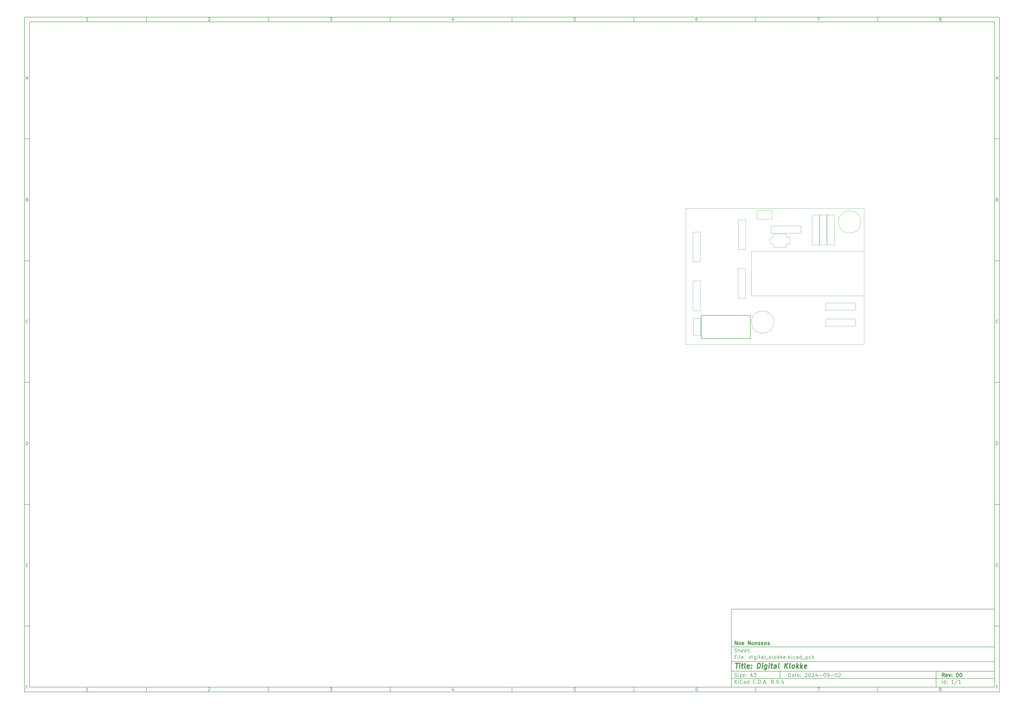
<source format=gbr>
%TF.GenerationSoftware,KiCad,Pcbnew,8.0.4*%
%TF.CreationDate,2024-09-02T20:22:52+02:00*%
%TF.ProjectId,digital_klokke,64696769-7461-46c5-9f6b-6c6f6b6b652e,00*%
%TF.SameCoordinates,PX10c44c20PY899d7e0*%
%TF.FileFunction,Other,User*%
%FSLAX46Y46*%
G04 Gerber Fmt 4.6, Leading zero omitted, Abs format (unit mm)*
G04 Created by KiCad (PCBNEW 8.0.4) date 2024-09-02 20:22:52*
%MOMM*%
%LPD*%
G01*
G04 APERTURE LIST*
%ADD10C,0.100000*%
%ADD11C,0.150000*%
%ADD12C,0.300000*%
%ADD13C,0.400000*%
%ADD14C,0.050000*%
%ADD15C,0.152400*%
%TA.AperFunction,Profile*%
%ADD16C,0.050000*%
%TD*%
G04 APERTURE END LIST*
D10*
D11*
X18689000Y-108702200D02*
X126689000Y-108702200D01*
X126689000Y-140702200D01*
X18689000Y-140702200D01*
X18689000Y-108702200D01*
D10*
D11*
X-271300000Y134300000D02*
X128689000Y134300000D01*
X128689000Y-142702200D01*
X-271300000Y-142702200D01*
X-271300000Y134300000D01*
D10*
D11*
X-269300000Y132300000D02*
X126689000Y132300000D01*
X126689000Y-140702200D01*
X-269300000Y-140702200D01*
X-269300000Y132300000D01*
D10*
D11*
X-221300000Y132300000D02*
X-221300000Y134300000D01*
D10*
D11*
X-171300000Y132300000D02*
X-171300000Y134300000D01*
D10*
D11*
X-121300000Y132300000D02*
X-121300000Y134300000D01*
D10*
D11*
X-71300000Y132300000D02*
X-71300000Y134300000D01*
D10*
D11*
X-21300000Y132300000D02*
X-21300000Y134300000D01*
D10*
D11*
X28700000Y132300000D02*
X28700000Y134300000D01*
D10*
D11*
X78700000Y132300000D02*
X78700000Y134300000D01*
D10*
D11*
X-245210840Y132706396D02*
X-245953697Y132706396D01*
X-245582269Y132706396D02*
X-245582269Y134006396D01*
X-245582269Y134006396D02*
X-245706078Y133820681D01*
X-245706078Y133820681D02*
X-245829888Y133696872D01*
X-245829888Y133696872D02*
X-245953697Y133634967D01*
D10*
D11*
X-195953697Y133882586D02*
X-195891793Y133944491D01*
X-195891793Y133944491D02*
X-195767983Y134006396D01*
X-195767983Y134006396D02*
X-195458459Y134006396D01*
X-195458459Y134006396D02*
X-195334650Y133944491D01*
X-195334650Y133944491D02*
X-195272745Y133882586D01*
X-195272745Y133882586D02*
X-195210840Y133758777D01*
X-195210840Y133758777D02*
X-195210840Y133634967D01*
X-195210840Y133634967D02*
X-195272745Y133449253D01*
X-195272745Y133449253D02*
X-196015602Y132706396D01*
X-196015602Y132706396D02*
X-195210840Y132706396D01*
D10*
D11*
X-146015602Y134006396D02*
X-145210840Y134006396D01*
X-145210840Y134006396D02*
X-145644174Y133511158D01*
X-145644174Y133511158D02*
X-145458459Y133511158D01*
X-145458459Y133511158D02*
X-145334650Y133449253D01*
X-145334650Y133449253D02*
X-145272745Y133387348D01*
X-145272745Y133387348D02*
X-145210840Y133263539D01*
X-145210840Y133263539D02*
X-145210840Y132954015D01*
X-145210840Y132954015D02*
X-145272745Y132830205D01*
X-145272745Y132830205D02*
X-145334650Y132768300D01*
X-145334650Y132768300D02*
X-145458459Y132706396D01*
X-145458459Y132706396D02*
X-145829888Y132706396D01*
X-145829888Y132706396D02*
X-145953697Y132768300D01*
X-145953697Y132768300D02*
X-146015602Y132830205D01*
D10*
D11*
X-95334650Y133573062D02*
X-95334650Y132706396D01*
X-95644174Y134068300D02*
X-95953697Y133139729D01*
X-95953697Y133139729D02*
X-95148936Y133139729D01*
D10*
D11*
X-45272745Y134006396D02*
X-45891793Y134006396D01*
X-45891793Y134006396D02*
X-45953697Y133387348D01*
X-45953697Y133387348D02*
X-45891793Y133449253D01*
X-45891793Y133449253D02*
X-45767983Y133511158D01*
X-45767983Y133511158D02*
X-45458459Y133511158D01*
X-45458459Y133511158D02*
X-45334650Y133449253D01*
X-45334650Y133449253D02*
X-45272745Y133387348D01*
X-45272745Y133387348D02*
X-45210840Y133263539D01*
X-45210840Y133263539D02*
X-45210840Y132954015D01*
X-45210840Y132954015D02*
X-45272745Y132830205D01*
X-45272745Y132830205D02*
X-45334650Y132768300D01*
X-45334650Y132768300D02*
X-45458459Y132706396D01*
X-45458459Y132706396D02*
X-45767983Y132706396D01*
X-45767983Y132706396D02*
X-45891793Y132768300D01*
X-45891793Y132768300D02*
X-45953697Y132830205D01*
D10*
D11*
X4665350Y134006396D02*
X4417731Y134006396D01*
X4417731Y134006396D02*
X4293922Y133944491D01*
X4293922Y133944491D02*
X4232017Y133882586D01*
X4232017Y133882586D02*
X4108207Y133696872D01*
X4108207Y133696872D02*
X4046303Y133449253D01*
X4046303Y133449253D02*
X4046303Y132954015D01*
X4046303Y132954015D02*
X4108207Y132830205D01*
X4108207Y132830205D02*
X4170112Y132768300D01*
X4170112Y132768300D02*
X4293922Y132706396D01*
X4293922Y132706396D02*
X4541541Y132706396D01*
X4541541Y132706396D02*
X4665350Y132768300D01*
X4665350Y132768300D02*
X4727255Y132830205D01*
X4727255Y132830205D02*
X4789160Y132954015D01*
X4789160Y132954015D02*
X4789160Y133263539D01*
X4789160Y133263539D02*
X4727255Y133387348D01*
X4727255Y133387348D02*
X4665350Y133449253D01*
X4665350Y133449253D02*
X4541541Y133511158D01*
X4541541Y133511158D02*
X4293922Y133511158D01*
X4293922Y133511158D02*
X4170112Y133449253D01*
X4170112Y133449253D02*
X4108207Y133387348D01*
X4108207Y133387348D02*
X4046303Y133263539D01*
D10*
D11*
X53984398Y134006396D02*
X54851064Y134006396D01*
X54851064Y134006396D02*
X54293922Y132706396D01*
D10*
D11*
X104293922Y133449253D02*
X104170112Y133511158D01*
X104170112Y133511158D02*
X104108207Y133573062D01*
X104108207Y133573062D02*
X104046303Y133696872D01*
X104046303Y133696872D02*
X104046303Y133758777D01*
X104046303Y133758777D02*
X104108207Y133882586D01*
X104108207Y133882586D02*
X104170112Y133944491D01*
X104170112Y133944491D02*
X104293922Y134006396D01*
X104293922Y134006396D02*
X104541541Y134006396D01*
X104541541Y134006396D02*
X104665350Y133944491D01*
X104665350Y133944491D02*
X104727255Y133882586D01*
X104727255Y133882586D02*
X104789160Y133758777D01*
X104789160Y133758777D02*
X104789160Y133696872D01*
X104789160Y133696872D02*
X104727255Y133573062D01*
X104727255Y133573062D02*
X104665350Y133511158D01*
X104665350Y133511158D02*
X104541541Y133449253D01*
X104541541Y133449253D02*
X104293922Y133449253D01*
X104293922Y133449253D02*
X104170112Y133387348D01*
X104170112Y133387348D02*
X104108207Y133325443D01*
X104108207Y133325443D02*
X104046303Y133201634D01*
X104046303Y133201634D02*
X104046303Y132954015D01*
X104046303Y132954015D02*
X104108207Y132830205D01*
X104108207Y132830205D02*
X104170112Y132768300D01*
X104170112Y132768300D02*
X104293922Y132706396D01*
X104293922Y132706396D02*
X104541541Y132706396D01*
X104541541Y132706396D02*
X104665350Y132768300D01*
X104665350Y132768300D02*
X104727255Y132830205D01*
X104727255Y132830205D02*
X104789160Y132954015D01*
X104789160Y132954015D02*
X104789160Y133201634D01*
X104789160Y133201634D02*
X104727255Y133325443D01*
X104727255Y133325443D02*
X104665350Y133387348D01*
X104665350Y133387348D02*
X104541541Y133449253D01*
D10*
D11*
X-221300000Y-140702200D02*
X-221300000Y-142702200D01*
D10*
D11*
X-171300000Y-140702200D02*
X-171300000Y-142702200D01*
D10*
D11*
X-121300000Y-140702200D02*
X-121300000Y-142702200D01*
D10*
D11*
X-71300000Y-140702200D02*
X-71300000Y-142702200D01*
D10*
D11*
X-21300000Y-140702200D02*
X-21300000Y-142702200D01*
D10*
D11*
X28700000Y-140702200D02*
X28700000Y-142702200D01*
D10*
D11*
X78700000Y-140702200D02*
X78700000Y-142702200D01*
D10*
D11*
X-245210840Y-142295804D02*
X-245953697Y-142295804D01*
X-245582269Y-142295804D02*
X-245582269Y-140995804D01*
X-245582269Y-140995804D02*
X-245706078Y-141181519D01*
X-245706078Y-141181519D02*
X-245829888Y-141305328D01*
X-245829888Y-141305328D02*
X-245953697Y-141367233D01*
D10*
D11*
X-195953697Y-141119614D02*
X-195891793Y-141057709D01*
X-195891793Y-141057709D02*
X-195767983Y-140995804D01*
X-195767983Y-140995804D02*
X-195458459Y-140995804D01*
X-195458459Y-140995804D02*
X-195334650Y-141057709D01*
X-195334650Y-141057709D02*
X-195272745Y-141119614D01*
X-195272745Y-141119614D02*
X-195210840Y-141243423D01*
X-195210840Y-141243423D02*
X-195210840Y-141367233D01*
X-195210840Y-141367233D02*
X-195272745Y-141552947D01*
X-195272745Y-141552947D02*
X-196015602Y-142295804D01*
X-196015602Y-142295804D02*
X-195210840Y-142295804D01*
D10*
D11*
X-146015602Y-140995804D02*
X-145210840Y-140995804D01*
X-145210840Y-140995804D02*
X-145644174Y-141491042D01*
X-145644174Y-141491042D02*
X-145458459Y-141491042D01*
X-145458459Y-141491042D02*
X-145334650Y-141552947D01*
X-145334650Y-141552947D02*
X-145272745Y-141614852D01*
X-145272745Y-141614852D02*
X-145210840Y-141738661D01*
X-145210840Y-141738661D02*
X-145210840Y-142048185D01*
X-145210840Y-142048185D02*
X-145272745Y-142171995D01*
X-145272745Y-142171995D02*
X-145334650Y-142233900D01*
X-145334650Y-142233900D02*
X-145458459Y-142295804D01*
X-145458459Y-142295804D02*
X-145829888Y-142295804D01*
X-145829888Y-142295804D02*
X-145953697Y-142233900D01*
X-145953697Y-142233900D02*
X-146015602Y-142171995D01*
D10*
D11*
X-95334650Y-141429138D02*
X-95334650Y-142295804D01*
X-95644174Y-140933900D02*
X-95953697Y-141862471D01*
X-95953697Y-141862471D02*
X-95148936Y-141862471D01*
D10*
D11*
X-45272745Y-140995804D02*
X-45891793Y-140995804D01*
X-45891793Y-140995804D02*
X-45953697Y-141614852D01*
X-45953697Y-141614852D02*
X-45891793Y-141552947D01*
X-45891793Y-141552947D02*
X-45767983Y-141491042D01*
X-45767983Y-141491042D02*
X-45458459Y-141491042D01*
X-45458459Y-141491042D02*
X-45334650Y-141552947D01*
X-45334650Y-141552947D02*
X-45272745Y-141614852D01*
X-45272745Y-141614852D02*
X-45210840Y-141738661D01*
X-45210840Y-141738661D02*
X-45210840Y-142048185D01*
X-45210840Y-142048185D02*
X-45272745Y-142171995D01*
X-45272745Y-142171995D02*
X-45334650Y-142233900D01*
X-45334650Y-142233900D02*
X-45458459Y-142295804D01*
X-45458459Y-142295804D02*
X-45767983Y-142295804D01*
X-45767983Y-142295804D02*
X-45891793Y-142233900D01*
X-45891793Y-142233900D02*
X-45953697Y-142171995D01*
D10*
D11*
X4665350Y-140995804D02*
X4417731Y-140995804D01*
X4417731Y-140995804D02*
X4293922Y-141057709D01*
X4293922Y-141057709D02*
X4232017Y-141119614D01*
X4232017Y-141119614D02*
X4108207Y-141305328D01*
X4108207Y-141305328D02*
X4046303Y-141552947D01*
X4046303Y-141552947D02*
X4046303Y-142048185D01*
X4046303Y-142048185D02*
X4108207Y-142171995D01*
X4108207Y-142171995D02*
X4170112Y-142233900D01*
X4170112Y-142233900D02*
X4293922Y-142295804D01*
X4293922Y-142295804D02*
X4541541Y-142295804D01*
X4541541Y-142295804D02*
X4665350Y-142233900D01*
X4665350Y-142233900D02*
X4727255Y-142171995D01*
X4727255Y-142171995D02*
X4789160Y-142048185D01*
X4789160Y-142048185D02*
X4789160Y-141738661D01*
X4789160Y-141738661D02*
X4727255Y-141614852D01*
X4727255Y-141614852D02*
X4665350Y-141552947D01*
X4665350Y-141552947D02*
X4541541Y-141491042D01*
X4541541Y-141491042D02*
X4293922Y-141491042D01*
X4293922Y-141491042D02*
X4170112Y-141552947D01*
X4170112Y-141552947D02*
X4108207Y-141614852D01*
X4108207Y-141614852D02*
X4046303Y-141738661D01*
D10*
D11*
X53984398Y-140995804D02*
X54851064Y-140995804D01*
X54851064Y-140995804D02*
X54293922Y-142295804D01*
D10*
D11*
X104293922Y-141552947D02*
X104170112Y-141491042D01*
X104170112Y-141491042D02*
X104108207Y-141429138D01*
X104108207Y-141429138D02*
X104046303Y-141305328D01*
X104046303Y-141305328D02*
X104046303Y-141243423D01*
X104046303Y-141243423D02*
X104108207Y-141119614D01*
X104108207Y-141119614D02*
X104170112Y-141057709D01*
X104170112Y-141057709D02*
X104293922Y-140995804D01*
X104293922Y-140995804D02*
X104541541Y-140995804D01*
X104541541Y-140995804D02*
X104665350Y-141057709D01*
X104665350Y-141057709D02*
X104727255Y-141119614D01*
X104727255Y-141119614D02*
X104789160Y-141243423D01*
X104789160Y-141243423D02*
X104789160Y-141305328D01*
X104789160Y-141305328D02*
X104727255Y-141429138D01*
X104727255Y-141429138D02*
X104665350Y-141491042D01*
X104665350Y-141491042D02*
X104541541Y-141552947D01*
X104541541Y-141552947D02*
X104293922Y-141552947D01*
X104293922Y-141552947D02*
X104170112Y-141614852D01*
X104170112Y-141614852D02*
X104108207Y-141676757D01*
X104108207Y-141676757D02*
X104046303Y-141800566D01*
X104046303Y-141800566D02*
X104046303Y-142048185D01*
X104046303Y-142048185D02*
X104108207Y-142171995D01*
X104108207Y-142171995D02*
X104170112Y-142233900D01*
X104170112Y-142233900D02*
X104293922Y-142295804D01*
X104293922Y-142295804D02*
X104541541Y-142295804D01*
X104541541Y-142295804D02*
X104665350Y-142233900D01*
X104665350Y-142233900D02*
X104727255Y-142171995D01*
X104727255Y-142171995D02*
X104789160Y-142048185D01*
X104789160Y-142048185D02*
X104789160Y-141800566D01*
X104789160Y-141800566D02*
X104727255Y-141676757D01*
X104727255Y-141676757D02*
X104665350Y-141614852D01*
X104665350Y-141614852D02*
X104541541Y-141552947D01*
D10*
D11*
X-271300000Y84300000D02*
X-269300000Y84300000D01*
D10*
D11*
X-271300000Y34300000D02*
X-269300000Y34300000D01*
D10*
D11*
X-271300000Y-15700000D02*
X-269300000Y-15700000D01*
D10*
D11*
X-271300000Y-65700000D02*
X-269300000Y-65700000D01*
D10*
D11*
X-271300000Y-115700000D02*
X-269300000Y-115700000D01*
D10*
D11*
X-270609524Y109077824D02*
X-269990477Y109077824D01*
X-270733334Y108706396D02*
X-270300001Y110006396D01*
X-270300001Y110006396D02*
X-269866667Y108706396D01*
D10*
D11*
X-270207143Y59387348D02*
X-270021429Y59325443D01*
X-270021429Y59325443D02*
X-269959524Y59263539D01*
X-269959524Y59263539D02*
X-269897620Y59139729D01*
X-269897620Y59139729D02*
X-269897620Y58954015D01*
X-269897620Y58954015D02*
X-269959524Y58830205D01*
X-269959524Y58830205D02*
X-270021429Y58768300D01*
X-270021429Y58768300D02*
X-270145239Y58706396D01*
X-270145239Y58706396D02*
X-270640477Y58706396D01*
X-270640477Y58706396D02*
X-270640477Y60006396D01*
X-270640477Y60006396D02*
X-270207143Y60006396D01*
X-270207143Y60006396D02*
X-270083334Y59944491D01*
X-270083334Y59944491D02*
X-270021429Y59882586D01*
X-270021429Y59882586D02*
X-269959524Y59758777D01*
X-269959524Y59758777D02*
X-269959524Y59634967D01*
X-269959524Y59634967D02*
X-270021429Y59511158D01*
X-270021429Y59511158D02*
X-270083334Y59449253D01*
X-270083334Y59449253D02*
X-270207143Y59387348D01*
X-270207143Y59387348D02*
X-270640477Y59387348D01*
D10*
D11*
X-269897620Y8830205D02*
X-269959524Y8768300D01*
X-269959524Y8768300D02*
X-270145239Y8706396D01*
X-270145239Y8706396D02*
X-270269048Y8706396D01*
X-270269048Y8706396D02*
X-270454762Y8768300D01*
X-270454762Y8768300D02*
X-270578572Y8892110D01*
X-270578572Y8892110D02*
X-270640477Y9015920D01*
X-270640477Y9015920D02*
X-270702381Y9263539D01*
X-270702381Y9263539D02*
X-270702381Y9449253D01*
X-270702381Y9449253D02*
X-270640477Y9696872D01*
X-270640477Y9696872D02*
X-270578572Y9820681D01*
X-270578572Y9820681D02*
X-270454762Y9944491D01*
X-270454762Y9944491D02*
X-270269048Y10006396D01*
X-270269048Y10006396D02*
X-270145239Y10006396D01*
X-270145239Y10006396D02*
X-269959524Y9944491D01*
X-269959524Y9944491D02*
X-269897620Y9882586D01*
D10*
D11*
X-270640477Y-41293604D02*
X-270640477Y-39993604D01*
X-270640477Y-39993604D02*
X-270330953Y-39993604D01*
X-270330953Y-39993604D02*
X-270145239Y-40055509D01*
X-270145239Y-40055509D02*
X-270021429Y-40179319D01*
X-270021429Y-40179319D02*
X-269959524Y-40303128D01*
X-269959524Y-40303128D02*
X-269897620Y-40550747D01*
X-269897620Y-40550747D02*
X-269897620Y-40736461D01*
X-269897620Y-40736461D02*
X-269959524Y-40984080D01*
X-269959524Y-40984080D02*
X-270021429Y-41107890D01*
X-270021429Y-41107890D02*
X-270145239Y-41231700D01*
X-270145239Y-41231700D02*
X-270330953Y-41293604D01*
X-270330953Y-41293604D02*
X-270640477Y-41293604D01*
D10*
D11*
X-270578572Y-90612652D02*
X-270145238Y-90612652D01*
X-269959524Y-91293604D02*
X-270578572Y-91293604D01*
X-270578572Y-91293604D02*
X-270578572Y-89993604D01*
X-270578572Y-89993604D02*
X-269959524Y-89993604D01*
D10*
D11*
X-270114286Y-140612652D02*
X-270547620Y-140612652D01*
X-270547620Y-141293604D02*
X-270547620Y-139993604D01*
X-270547620Y-139993604D02*
X-269928572Y-139993604D01*
D10*
D11*
X128689000Y84300000D02*
X126689000Y84300000D01*
D10*
D11*
X128689000Y34300000D02*
X126689000Y34300000D01*
D10*
D11*
X128689000Y-15700000D02*
X126689000Y-15700000D01*
D10*
D11*
X128689000Y-65700000D02*
X126689000Y-65700000D01*
D10*
D11*
X128689000Y-115700000D02*
X126689000Y-115700000D01*
D10*
D11*
X127379476Y109077824D02*
X127998523Y109077824D01*
X127255666Y108706396D02*
X127688999Y110006396D01*
X127688999Y110006396D02*
X128122333Y108706396D01*
D10*
D11*
X127781857Y59387348D02*
X127967571Y59325443D01*
X127967571Y59325443D02*
X128029476Y59263539D01*
X128029476Y59263539D02*
X128091380Y59139729D01*
X128091380Y59139729D02*
X128091380Y58954015D01*
X128091380Y58954015D02*
X128029476Y58830205D01*
X128029476Y58830205D02*
X127967571Y58768300D01*
X127967571Y58768300D02*
X127843761Y58706396D01*
X127843761Y58706396D02*
X127348523Y58706396D01*
X127348523Y58706396D02*
X127348523Y60006396D01*
X127348523Y60006396D02*
X127781857Y60006396D01*
X127781857Y60006396D02*
X127905666Y59944491D01*
X127905666Y59944491D02*
X127967571Y59882586D01*
X127967571Y59882586D02*
X128029476Y59758777D01*
X128029476Y59758777D02*
X128029476Y59634967D01*
X128029476Y59634967D02*
X127967571Y59511158D01*
X127967571Y59511158D02*
X127905666Y59449253D01*
X127905666Y59449253D02*
X127781857Y59387348D01*
X127781857Y59387348D02*
X127348523Y59387348D01*
D10*
D11*
X128091380Y8830205D02*
X128029476Y8768300D01*
X128029476Y8768300D02*
X127843761Y8706396D01*
X127843761Y8706396D02*
X127719952Y8706396D01*
X127719952Y8706396D02*
X127534238Y8768300D01*
X127534238Y8768300D02*
X127410428Y8892110D01*
X127410428Y8892110D02*
X127348523Y9015920D01*
X127348523Y9015920D02*
X127286619Y9263539D01*
X127286619Y9263539D02*
X127286619Y9449253D01*
X127286619Y9449253D02*
X127348523Y9696872D01*
X127348523Y9696872D02*
X127410428Y9820681D01*
X127410428Y9820681D02*
X127534238Y9944491D01*
X127534238Y9944491D02*
X127719952Y10006396D01*
X127719952Y10006396D02*
X127843761Y10006396D01*
X127843761Y10006396D02*
X128029476Y9944491D01*
X128029476Y9944491D02*
X128091380Y9882586D01*
D10*
D11*
X127348523Y-41293604D02*
X127348523Y-39993604D01*
X127348523Y-39993604D02*
X127658047Y-39993604D01*
X127658047Y-39993604D02*
X127843761Y-40055509D01*
X127843761Y-40055509D02*
X127967571Y-40179319D01*
X127967571Y-40179319D02*
X128029476Y-40303128D01*
X128029476Y-40303128D02*
X128091380Y-40550747D01*
X128091380Y-40550747D02*
X128091380Y-40736461D01*
X128091380Y-40736461D02*
X128029476Y-40984080D01*
X128029476Y-40984080D02*
X127967571Y-41107890D01*
X127967571Y-41107890D02*
X127843761Y-41231700D01*
X127843761Y-41231700D02*
X127658047Y-41293604D01*
X127658047Y-41293604D02*
X127348523Y-41293604D01*
D10*
D11*
X127410428Y-90612652D02*
X127843762Y-90612652D01*
X128029476Y-91293604D02*
X127410428Y-91293604D01*
X127410428Y-91293604D02*
X127410428Y-89993604D01*
X127410428Y-89993604D02*
X128029476Y-89993604D01*
D10*
D11*
X127874714Y-140612652D02*
X127441380Y-140612652D01*
X127441380Y-141293604D02*
X127441380Y-139993604D01*
X127441380Y-139993604D02*
X128060428Y-139993604D01*
D10*
D11*
X42144826Y-136488328D02*
X42144826Y-134988328D01*
X42144826Y-134988328D02*
X42501969Y-134988328D01*
X42501969Y-134988328D02*
X42716255Y-135059757D01*
X42716255Y-135059757D02*
X42859112Y-135202614D01*
X42859112Y-135202614D02*
X42930541Y-135345471D01*
X42930541Y-135345471D02*
X43001969Y-135631185D01*
X43001969Y-135631185D02*
X43001969Y-135845471D01*
X43001969Y-135845471D02*
X42930541Y-136131185D01*
X42930541Y-136131185D02*
X42859112Y-136274042D01*
X42859112Y-136274042D02*
X42716255Y-136416900D01*
X42716255Y-136416900D02*
X42501969Y-136488328D01*
X42501969Y-136488328D02*
X42144826Y-136488328D01*
X44287684Y-136488328D02*
X44287684Y-135702614D01*
X44287684Y-135702614D02*
X44216255Y-135559757D01*
X44216255Y-135559757D02*
X44073398Y-135488328D01*
X44073398Y-135488328D02*
X43787684Y-135488328D01*
X43787684Y-135488328D02*
X43644826Y-135559757D01*
X44287684Y-136416900D02*
X44144826Y-136488328D01*
X44144826Y-136488328D02*
X43787684Y-136488328D01*
X43787684Y-136488328D02*
X43644826Y-136416900D01*
X43644826Y-136416900D02*
X43573398Y-136274042D01*
X43573398Y-136274042D02*
X43573398Y-136131185D01*
X43573398Y-136131185D02*
X43644826Y-135988328D01*
X43644826Y-135988328D02*
X43787684Y-135916900D01*
X43787684Y-135916900D02*
X44144826Y-135916900D01*
X44144826Y-135916900D02*
X44287684Y-135845471D01*
X44787684Y-135488328D02*
X45359112Y-135488328D01*
X45001969Y-134988328D02*
X45001969Y-136274042D01*
X45001969Y-136274042D02*
X45073398Y-136416900D01*
X45073398Y-136416900D02*
X45216255Y-136488328D01*
X45216255Y-136488328D02*
X45359112Y-136488328D01*
X46430541Y-136416900D02*
X46287684Y-136488328D01*
X46287684Y-136488328D02*
X46001970Y-136488328D01*
X46001970Y-136488328D02*
X45859112Y-136416900D01*
X45859112Y-136416900D02*
X45787684Y-136274042D01*
X45787684Y-136274042D02*
X45787684Y-135702614D01*
X45787684Y-135702614D02*
X45859112Y-135559757D01*
X45859112Y-135559757D02*
X46001970Y-135488328D01*
X46001970Y-135488328D02*
X46287684Y-135488328D01*
X46287684Y-135488328D02*
X46430541Y-135559757D01*
X46430541Y-135559757D02*
X46501970Y-135702614D01*
X46501970Y-135702614D02*
X46501970Y-135845471D01*
X46501970Y-135845471D02*
X45787684Y-135988328D01*
X47144826Y-136345471D02*
X47216255Y-136416900D01*
X47216255Y-136416900D02*
X47144826Y-136488328D01*
X47144826Y-136488328D02*
X47073398Y-136416900D01*
X47073398Y-136416900D02*
X47144826Y-136345471D01*
X47144826Y-136345471D02*
X47144826Y-136488328D01*
X47144826Y-135559757D02*
X47216255Y-135631185D01*
X47216255Y-135631185D02*
X47144826Y-135702614D01*
X47144826Y-135702614D02*
X47073398Y-135631185D01*
X47073398Y-135631185D02*
X47144826Y-135559757D01*
X47144826Y-135559757D02*
X47144826Y-135702614D01*
X48930541Y-135131185D02*
X49001969Y-135059757D01*
X49001969Y-135059757D02*
X49144827Y-134988328D01*
X49144827Y-134988328D02*
X49501969Y-134988328D01*
X49501969Y-134988328D02*
X49644827Y-135059757D01*
X49644827Y-135059757D02*
X49716255Y-135131185D01*
X49716255Y-135131185D02*
X49787684Y-135274042D01*
X49787684Y-135274042D02*
X49787684Y-135416900D01*
X49787684Y-135416900D02*
X49716255Y-135631185D01*
X49716255Y-135631185D02*
X48859112Y-136488328D01*
X48859112Y-136488328D02*
X49787684Y-136488328D01*
X50716255Y-134988328D02*
X50859112Y-134988328D01*
X50859112Y-134988328D02*
X51001969Y-135059757D01*
X51001969Y-135059757D02*
X51073398Y-135131185D01*
X51073398Y-135131185D02*
X51144826Y-135274042D01*
X51144826Y-135274042D02*
X51216255Y-135559757D01*
X51216255Y-135559757D02*
X51216255Y-135916900D01*
X51216255Y-135916900D02*
X51144826Y-136202614D01*
X51144826Y-136202614D02*
X51073398Y-136345471D01*
X51073398Y-136345471D02*
X51001969Y-136416900D01*
X51001969Y-136416900D02*
X50859112Y-136488328D01*
X50859112Y-136488328D02*
X50716255Y-136488328D01*
X50716255Y-136488328D02*
X50573398Y-136416900D01*
X50573398Y-136416900D02*
X50501969Y-136345471D01*
X50501969Y-136345471D02*
X50430540Y-136202614D01*
X50430540Y-136202614D02*
X50359112Y-135916900D01*
X50359112Y-135916900D02*
X50359112Y-135559757D01*
X50359112Y-135559757D02*
X50430540Y-135274042D01*
X50430540Y-135274042D02*
X50501969Y-135131185D01*
X50501969Y-135131185D02*
X50573398Y-135059757D01*
X50573398Y-135059757D02*
X50716255Y-134988328D01*
X51787683Y-135131185D02*
X51859111Y-135059757D01*
X51859111Y-135059757D02*
X52001969Y-134988328D01*
X52001969Y-134988328D02*
X52359111Y-134988328D01*
X52359111Y-134988328D02*
X52501969Y-135059757D01*
X52501969Y-135059757D02*
X52573397Y-135131185D01*
X52573397Y-135131185D02*
X52644826Y-135274042D01*
X52644826Y-135274042D02*
X52644826Y-135416900D01*
X52644826Y-135416900D02*
X52573397Y-135631185D01*
X52573397Y-135631185D02*
X51716254Y-136488328D01*
X51716254Y-136488328D02*
X52644826Y-136488328D01*
X53930540Y-135488328D02*
X53930540Y-136488328D01*
X53573397Y-134916900D02*
X53216254Y-135988328D01*
X53216254Y-135988328D02*
X54144825Y-135988328D01*
X54716253Y-135916900D02*
X55859111Y-135916900D01*
X56859111Y-134988328D02*
X57001968Y-134988328D01*
X57001968Y-134988328D02*
X57144825Y-135059757D01*
X57144825Y-135059757D02*
X57216254Y-135131185D01*
X57216254Y-135131185D02*
X57287682Y-135274042D01*
X57287682Y-135274042D02*
X57359111Y-135559757D01*
X57359111Y-135559757D02*
X57359111Y-135916900D01*
X57359111Y-135916900D02*
X57287682Y-136202614D01*
X57287682Y-136202614D02*
X57216254Y-136345471D01*
X57216254Y-136345471D02*
X57144825Y-136416900D01*
X57144825Y-136416900D02*
X57001968Y-136488328D01*
X57001968Y-136488328D02*
X56859111Y-136488328D01*
X56859111Y-136488328D02*
X56716254Y-136416900D01*
X56716254Y-136416900D02*
X56644825Y-136345471D01*
X56644825Y-136345471D02*
X56573396Y-136202614D01*
X56573396Y-136202614D02*
X56501968Y-135916900D01*
X56501968Y-135916900D02*
X56501968Y-135559757D01*
X56501968Y-135559757D02*
X56573396Y-135274042D01*
X56573396Y-135274042D02*
X56644825Y-135131185D01*
X56644825Y-135131185D02*
X56716254Y-135059757D01*
X56716254Y-135059757D02*
X56859111Y-134988328D01*
X58073396Y-136488328D02*
X58359110Y-136488328D01*
X58359110Y-136488328D02*
X58501967Y-136416900D01*
X58501967Y-136416900D02*
X58573396Y-136345471D01*
X58573396Y-136345471D02*
X58716253Y-136131185D01*
X58716253Y-136131185D02*
X58787682Y-135845471D01*
X58787682Y-135845471D02*
X58787682Y-135274042D01*
X58787682Y-135274042D02*
X58716253Y-135131185D01*
X58716253Y-135131185D02*
X58644825Y-135059757D01*
X58644825Y-135059757D02*
X58501967Y-134988328D01*
X58501967Y-134988328D02*
X58216253Y-134988328D01*
X58216253Y-134988328D02*
X58073396Y-135059757D01*
X58073396Y-135059757D02*
X58001967Y-135131185D01*
X58001967Y-135131185D02*
X57930539Y-135274042D01*
X57930539Y-135274042D02*
X57930539Y-135631185D01*
X57930539Y-135631185D02*
X58001967Y-135774042D01*
X58001967Y-135774042D02*
X58073396Y-135845471D01*
X58073396Y-135845471D02*
X58216253Y-135916900D01*
X58216253Y-135916900D02*
X58501967Y-135916900D01*
X58501967Y-135916900D02*
X58644825Y-135845471D01*
X58644825Y-135845471D02*
X58716253Y-135774042D01*
X58716253Y-135774042D02*
X58787682Y-135631185D01*
X59430538Y-135916900D02*
X60573396Y-135916900D01*
X61573396Y-134988328D02*
X61716253Y-134988328D01*
X61716253Y-134988328D02*
X61859110Y-135059757D01*
X61859110Y-135059757D02*
X61930539Y-135131185D01*
X61930539Y-135131185D02*
X62001967Y-135274042D01*
X62001967Y-135274042D02*
X62073396Y-135559757D01*
X62073396Y-135559757D02*
X62073396Y-135916900D01*
X62073396Y-135916900D02*
X62001967Y-136202614D01*
X62001967Y-136202614D02*
X61930539Y-136345471D01*
X61930539Y-136345471D02*
X61859110Y-136416900D01*
X61859110Y-136416900D02*
X61716253Y-136488328D01*
X61716253Y-136488328D02*
X61573396Y-136488328D01*
X61573396Y-136488328D02*
X61430539Y-136416900D01*
X61430539Y-136416900D02*
X61359110Y-136345471D01*
X61359110Y-136345471D02*
X61287681Y-136202614D01*
X61287681Y-136202614D02*
X61216253Y-135916900D01*
X61216253Y-135916900D02*
X61216253Y-135559757D01*
X61216253Y-135559757D02*
X61287681Y-135274042D01*
X61287681Y-135274042D02*
X61359110Y-135131185D01*
X61359110Y-135131185D02*
X61430539Y-135059757D01*
X61430539Y-135059757D02*
X61573396Y-134988328D01*
X62644824Y-135131185D02*
X62716252Y-135059757D01*
X62716252Y-135059757D02*
X62859110Y-134988328D01*
X62859110Y-134988328D02*
X63216252Y-134988328D01*
X63216252Y-134988328D02*
X63359110Y-135059757D01*
X63359110Y-135059757D02*
X63430538Y-135131185D01*
X63430538Y-135131185D02*
X63501967Y-135274042D01*
X63501967Y-135274042D02*
X63501967Y-135416900D01*
X63501967Y-135416900D02*
X63430538Y-135631185D01*
X63430538Y-135631185D02*
X62573395Y-136488328D01*
X62573395Y-136488328D02*
X63501967Y-136488328D01*
D10*
D11*
X18689000Y-137202200D02*
X126689000Y-137202200D01*
D10*
D11*
X20144826Y-139288328D02*
X20144826Y-137788328D01*
X21001969Y-139288328D02*
X20359112Y-138431185D01*
X21001969Y-137788328D02*
X20144826Y-138645471D01*
X21644826Y-139288328D02*
X21644826Y-138288328D01*
X21644826Y-137788328D02*
X21573398Y-137859757D01*
X21573398Y-137859757D02*
X21644826Y-137931185D01*
X21644826Y-137931185D02*
X21716255Y-137859757D01*
X21716255Y-137859757D02*
X21644826Y-137788328D01*
X21644826Y-137788328D02*
X21644826Y-137931185D01*
X23216255Y-139145471D02*
X23144827Y-139216900D01*
X23144827Y-139216900D02*
X22930541Y-139288328D01*
X22930541Y-139288328D02*
X22787684Y-139288328D01*
X22787684Y-139288328D02*
X22573398Y-139216900D01*
X22573398Y-139216900D02*
X22430541Y-139074042D01*
X22430541Y-139074042D02*
X22359112Y-138931185D01*
X22359112Y-138931185D02*
X22287684Y-138645471D01*
X22287684Y-138645471D02*
X22287684Y-138431185D01*
X22287684Y-138431185D02*
X22359112Y-138145471D01*
X22359112Y-138145471D02*
X22430541Y-138002614D01*
X22430541Y-138002614D02*
X22573398Y-137859757D01*
X22573398Y-137859757D02*
X22787684Y-137788328D01*
X22787684Y-137788328D02*
X22930541Y-137788328D01*
X22930541Y-137788328D02*
X23144827Y-137859757D01*
X23144827Y-137859757D02*
X23216255Y-137931185D01*
X24501970Y-139288328D02*
X24501970Y-138502614D01*
X24501970Y-138502614D02*
X24430541Y-138359757D01*
X24430541Y-138359757D02*
X24287684Y-138288328D01*
X24287684Y-138288328D02*
X24001970Y-138288328D01*
X24001970Y-138288328D02*
X23859112Y-138359757D01*
X24501970Y-139216900D02*
X24359112Y-139288328D01*
X24359112Y-139288328D02*
X24001970Y-139288328D01*
X24001970Y-139288328D02*
X23859112Y-139216900D01*
X23859112Y-139216900D02*
X23787684Y-139074042D01*
X23787684Y-139074042D02*
X23787684Y-138931185D01*
X23787684Y-138931185D02*
X23859112Y-138788328D01*
X23859112Y-138788328D02*
X24001970Y-138716900D01*
X24001970Y-138716900D02*
X24359112Y-138716900D01*
X24359112Y-138716900D02*
X24501970Y-138645471D01*
X25859113Y-139288328D02*
X25859113Y-137788328D01*
X25859113Y-139216900D02*
X25716255Y-139288328D01*
X25716255Y-139288328D02*
X25430541Y-139288328D01*
X25430541Y-139288328D02*
X25287684Y-139216900D01*
X25287684Y-139216900D02*
X25216255Y-139145471D01*
X25216255Y-139145471D02*
X25144827Y-139002614D01*
X25144827Y-139002614D02*
X25144827Y-138574042D01*
X25144827Y-138574042D02*
X25216255Y-138431185D01*
X25216255Y-138431185D02*
X25287684Y-138359757D01*
X25287684Y-138359757D02*
X25430541Y-138288328D01*
X25430541Y-138288328D02*
X25716255Y-138288328D01*
X25716255Y-138288328D02*
X25859113Y-138359757D01*
X27716255Y-138502614D02*
X28216255Y-138502614D01*
X28430541Y-139288328D02*
X27716255Y-139288328D01*
X27716255Y-139288328D02*
X27716255Y-137788328D01*
X27716255Y-137788328D02*
X28430541Y-137788328D01*
X29073398Y-139145471D02*
X29144827Y-139216900D01*
X29144827Y-139216900D02*
X29073398Y-139288328D01*
X29073398Y-139288328D02*
X29001970Y-139216900D01*
X29001970Y-139216900D02*
X29073398Y-139145471D01*
X29073398Y-139145471D02*
X29073398Y-139288328D01*
X29787684Y-139288328D02*
X29787684Y-137788328D01*
X29787684Y-137788328D02*
X30144827Y-137788328D01*
X30144827Y-137788328D02*
X30359113Y-137859757D01*
X30359113Y-137859757D02*
X30501970Y-138002614D01*
X30501970Y-138002614D02*
X30573399Y-138145471D01*
X30573399Y-138145471D02*
X30644827Y-138431185D01*
X30644827Y-138431185D02*
X30644827Y-138645471D01*
X30644827Y-138645471D02*
X30573399Y-138931185D01*
X30573399Y-138931185D02*
X30501970Y-139074042D01*
X30501970Y-139074042D02*
X30359113Y-139216900D01*
X30359113Y-139216900D02*
X30144827Y-139288328D01*
X30144827Y-139288328D02*
X29787684Y-139288328D01*
X31287684Y-139145471D02*
X31359113Y-139216900D01*
X31359113Y-139216900D02*
X31287684Y-139288328D01*
X31287684Y-139288328D02*
X31216256Y-139216900D01*
X31216256Y-139216900D02*
X31287684Y-139145471D01*
X31287684Y-139145471D02*
X31287684Y-139288328D01*
X31930542Y-138859757D02*
X32644828Y-138859757D01*
X31787685Y-139288328D02*
X32287685Y-137788328D01*
X32287685Y-137788328D02*
X32787685Y-139288328D01*
X33287684Y-139145471D02*
X33359113Y-139216900D01*
X33359113Y-139216900D02*
X33287684Y-139288328D01*
X33287684Y-139288328D02*
X33216256Y-139216900D01*
X33216256Y-139216900D02*
X33287684Y-139145471D01*
X33287684Y-139145471D02*
X33287684Y-139288328D01*
X35359113Y-138431185D02*
X35216256Y-138359757D01*
X35216256Y-138359757D02*
X35144827Y-138288328D01*
X35144827Y-138288328D02*
X35073399Y-138145471D01*
X35073399Y-138145471D02*
X35073399Y-138074042D01*
X35073399Y-138074042D02*
X35144827Y-137931185D01*
X35144827Y-137931185D02*
X35216256Y-137859757D01*
X35216256Y-137859757D02*
X35359113Y-137788328D01*
X35359113Y-137788328D02*
X35644827Y-137788328D01*
X35644827Y-137788328D02*
X35787685Y-137859757D01*
X35787685Y-137859757D02*
X35859113Y-137931185D01*
X35859113Y-137931185D02*
X35930542Y-138074042D01*
X35930542Y-138074042D02*
X35930542Y-138145471D01*
X35930542Y-138145471D02*
X35859113Y-138288328D01*
X35859113Y-138288328D02*
X35787685Y-138359757D01*
X35787685Y-138359757D02*
X35644827Y-138431185D01*
X35644827Y-138431185D02*
X35359113Y-138431185D01*
X35359113Y-138431185D02*
X35216256Y-138502614D01*
X35216256Y-138502614D02*
X35144827Y-138574042D01*
X35144827Y-138574042D02*
X35073399Y-138716900D01*
X35073399Y-138716900D02*
X35073399Y-139002614D01*
X35073399Y-139002614D02*
X35144827Y-139145471D01*
X35144827Y-139145471D02*
X35216256Y-139216900D01*
X35216256Y-139216900D02*
X35359113Y-139288328D01*
X35359113Y-139288328D02*
X35644827Y-139288328D01*
X35644827Y-139288328D02*
X35787685Y-139216900D01*
X35787685Y-139216900D02*
X35859113Y-139145471D01*
X35859113Y-139145471D02*
X35930542Y-139002614D01*
X35930542Y-139002614D02*
X35930542Y-138716900D01*
X35930542Y-138716900D02*
X35859113Y-138574042D01*
X35859113Y-138574042D02*
X35787685Y-138502614D01*
X35787685Y-138502614D02*
X35644827Y-138431185D01*
X36573398Y-139145471D02*
X36644827Y-139216900D01*
X36644827Y-139216900D02*
X36573398Y-139288328D01*
X36573398Y-139288328D02*
X36501970Y-139216900D01*
X36501970Y-139216900D02*
X36573398Y-139145471D01*
X36573398Y-139145471D02*
X36573398Y-139288328D01*
X37573399Y-137788328D02*
X37716256Y-137788328D01*
X37716256Y-137788328D02*
X37859113Y-137859757D01*
X37859113Y-137859757D02*
X37930542Y-137931185D01*
X37930542Y-137931185D02*
X38001970Y-138074042D01*
X38001970Y-138074042D02*
X38073399Y-138359757D01*
X38073399Y-138359757D02*
X38073399Y-138716900D01*
X38073399Y-138716900D02*
X38001970Y-139002614D01*
X38001970Y-139002614D02*
X37930542Y-139145471D01*
X37930542Y-139145471D02*
X37859113Y-139216900D01*
X37859113Y-139216900D02*
X37716256Y-139288328D01*
X37716256Y-139288328D02*
X37573399Y-139288328D01*
X37573399Y-139288328D02*
X37430542Y-139216900D01*
X37430542Y-139216900D02*
X37359113Y-139145471D01*
X37359113Y-139145471D02*
X37287684Y-139002614D01*
X37287684Y-139002614D02*
X37216256Y-138716900D01*
X37216256Y-138716900D02*
X37216256Y-138359757D01*
X37216256Y-138359757D02*
X37287684Y-138074042D01*
X37287684Y-138074042D02*
X37359113Y-137931185D01*
X37359113Y-137931185D02*
X37430542Y-137859757D01*
X37430542Y-137859757D02*
X37573399Y-137788328D01*
X38716255Y-139145471D02*
X38787684Y-139216900D01*
X38787684Y-139216900D02*
X38716255Y-139288328D01*
X38716255Y-139288328D02*
X38644827Y-139216900D01*
X38644827Y-139216900D02*
X38716255Y-139145471D01*
X38716255Y-139145471D02*
X38716255Y-139288328D01*
X40073399Y-138288328D02*
X40073399Y-139288328D01*
X39716256Y-137716900D02*
X39359113Y-138788328D01*
X39359113Y-138788328D02*
X40287684Y-138788328D01*
D10*
D11*
X18689000Y-134202200D02*
X126689000Y-134202200D01*
D10*
D12*
X106100653Y-136480528D02*
X105600653Y-135766242D01*
X105243510Y-136480528D02*
X105243510Y-134980528D01*
X105243510Y-134980528D02*
X105814939Y-134980528D01*
X105814939Y-134980528D02*
X105957796Y-135051957D01*
X105957796Y-135051957D02*
X106029225Y-135123385D01*
X106029225Y-135123385D02*
X106100653Y-135266242D01*
X106100653Y-135266242D02*
X106100653Y-135480528D01*
X106100653Y-135480528D02*
X106029225Y-135623385D01*
X106029225Y-135623385D02*
X105957796Y-135694814D01*
X105957796Y-135694814D02*
X105814939Y-135766242D01*
X105814939Y-135766242D02*
X105243510Y-135766242D01*
X107314939Y-136409100D02*
X107172082Y-136480528D01*
X107172082Y-136480528D02*
X106886368Y-136480528D01*
X106886368Y-136480528D02*
X106743510Y-136409100D01*
X106743510Y-136409100D02*
X106672082Y-136266242D01*
X106672082Y-136266242D02*
X106672082Y-135694814D01*
X106672082Y-135694814D02*
X106743510Y-135551957D01*
X106743510Y-135551957D02*
X106886368Y-135480528D01*
X106886368Y-135480528D02*
X107172082Y-135480528D01*
X107172082Y-135480528D02*
X107314939Y-135551957D01*
X107314939Y-135551957D02*
X107386368Y-135694814D01*
X107386368Y-135694814D02*
X107386368Y-135837671D01*
X107386368Y-135837671D02*
X106672082Y-135980528D01*
X107886367Y-135480528D02*
X108243510Y-136480528D01*
X108243510Y-136480528D02*
X108600653Y-135480528D01*
X109172081Y-136337671D02*
X109243510Y-136409100D01*
X109243510Y-136409100D02*
X109172081Y-136480528D01*
X109172081Y-136480528D02*
X109100653Y-136409100D01*
X109100653Y-136409100D02*
X109172081Y-136337671D01*
X109172081Y-136337671D02*
X109172081Y-136480528D01*
X109172081Y-135551957D02*
X109243510Y-135623385D01*
X109243510Y-135623385D02*
X109172081Y-135694814D01*
X109172081Y-135694814D02*
X109100653Y-135623385D01*
X109100653Y-135623385D02*
X109172081Y-135551957D01*
X109172081Y-135551957D02*
X109172081Y-135694814D01*
X111314939Y-134980528D02*
X111457796Y-134980528D01*
X111457796Y-134980528D02*
X111600653Y-135051957D01*
X111600653Y-135051957D02*
X111672082Y-135123385D01*
X111672082Y-135123385D02*
X111743510Y-135266242D01*
X111743510Y-135266242D02*
X111814939Y-135551957D01*
X111814939Y-135551957D02*
X111814939Y-135909100D01*
X111814939Y-135909100D02*
X111743510Y-136194814D01*
X111743510Y-136194814D02*
X111672082Y-136337671D01*
X111672082Y-136337671D02*
X111600653Y-136409100D01*
X111600653Y-136409100D02*
X111457796Y-136480528D01*
X111457796Y-136480528D02*
X111314939Y-136480528D01*
X111314939Y-136480528D02*
X111172082Y-136409100D01*
X111172082Y-136409100D02*
X111100653Y-136337671D01*
X111100653Y-136337671D02*
X111029224Y-136194814D01*
X111029224Y-136194814D02*
X110957796Y-135909100D01*
X110957796Y-135909100D02*
X110957796Y-135551957D01*
X110957796Y-135551957D02*
X111029224Y-135266242D01*
X111029224Y-135266242D02*
X111100653Y-135123385D01*
X111100653Y-135123385D02*
X111172082Y-135051957D01*
X111172082Y-135051957D02*
X111314939Y-134980528D01*
X112743510Y-134980528D02*
X112886367Y-134980528D01*
X112886367Y-134980528D02*
X113029224Y-135051957D01*
X113029224Y-135051957D02*
X113100653Y-135123385D01*
X113100653Y-135123385D02*
X113172081Y-135266242D01*
X113172081Y-135266242D02*
X113243510Y-135551957D01*
X113243510Y-135551957D02*
X113243510Y-135909100D01*
X113243510Y-135909100D02*
X113172081Y-136194814D01*
X113172081Y-136194814D02*
X113100653Y-136337671D01*
X113100653Y-136337671D02*
X113029224Y-136409100D01*
X113029224Y-136409100D02*
X112886367Y-136480528D01*
X112886367Y-136480528D02*
X112743510Y-136480528D01*
X112743510Y-136480528D02*
X112600653Y-136409100D01*
X112600653Y-136409100D02*
X112529224Y-136337671D01*
X112529224Y-136337671D02*
X112457795Y-136194814D01*
X112457795Y-136194814D02*
X112386367Y-135909100D01*
X112386367Y-135909100D02*
X112386367Y-135551957D01*
X112386367Y-135551957D02*
X112457795Y-135266242D01*
X112457795Y-135266242D02*
X112529224Y-135123385D01*
X112529224Y-135123385D02*
X112600653Y-135051957D01*
X112600653Y-135051957D02*
X112743510Y-134980528D01*
D10*
D11*
X20073398Y-136416900D02*
X20287684Y-136488328D01*
X20287684Y-136488328D02*
X20644826Y-136488328D01*
X20644826Y-136488328D02*
X20787684Y-136416900D01*
X20787684Y-136416900D02*
X20859112Y-136345471D01*
X20859112Y-136345471D02*
X20930541Y-136202614D01*
X20930541Y-136202614D02*
X20930541Y-136059757D01*
X20930541Y-136059757D02*
X20859112Y-135916900D01*
X20859112Y-135916900D02*
X20787684Y-135845471D01*
X20787684Y-135845471D02*
X20644826Y-135774042D01*
X20644826Y-135774042D02*
X20359112Y-135702614D01*
X20359112Y-135702614D02*
X20216255Y-135631185D01*
X20216255Y-135631185D02*
X20144826Y-135559757D01*
X20144826Y-135559757D02*
X20073398Y-135416900D01*
X20073398Y-135416900D02*
X20073398Y-135274042D01*
X20073398Y-135274042D02*
X20144826Y-135131185D01*
X20144826Y-135131185D02*
X20216255Y-135059757D01*
X20216255Y-135059757D02*
X20359112Y-134988328D01*
X20359112Y-134988328D02*
X20716255Y-134988328D01*
X20716255Y-134988328D02*
X20930541Y-135059757D01*
X21573397Y-136488328D02*
X21573397Y-135488328D01*
X21573397Y-134988328D02*
X21501969Y-135059757D01*
X21501969Y-135059757D02*
X21573397Y-135131185D01*
X21573397Y-135131185D02*
X21644826Y-135059757D01*
X21644826Y-135059757D02*
X21573397Y-134988328D01*
X21573397Y-134988328D02*
X21573397Y-135131185D01*
X22144826Y-135488328D02*
X22930541Y-135488328D01*
X22930541Y-135488328D02*
X22144826Y-136488328D01*
X22144826Y-136488328D02*
X22930541Y-136488328D01*
X24073398Y-136416900D02*
X23930541Y-136488328D01*
X23930541Y-136488328D02*
X23644827Y-136488328D01*
X23644827Y-136488328D02*
X23501969Y-136416900D01*
X23501969Y-136416900D02*
X23430541Y-136274042D01*
X23430541Y-136274042D02*
X23430541Y-135702614D01*
X23430541Y-135702614D02*
X23501969Y-135559757D01*
X23501969Y-135559757D02*
X23644827Y-135488328D01*
X23644827Y-135488328D02*
X23930541Y-135488328D01*
X23930541Y-135488328D02*
X24073398Y-135559757D01*
X24073398Y-135559757D02*
X24144827Y-135702614D01*
X24144827Y-135702614D02*
X24144827Y-135845471D01*
X24144827Y-135845471D02*
X23430541Y-135988328D01*
X24787683Y-136345471D02*
X24859112Y-136416900D01*
X24859112Y-136416900D02*
X24787683Y-136488328D01*
X24787683Y-136488328D02*
X24716255Y-136416900D01*
X24716255Y-136416900D02*
X24787683Y-136345471D01*
X24787683Y-136345471D02*
X24787683Y-136488328D01*
X24787683Y-135559757D02*
X24859112Y-135631185D01*
X24859112Y-135631185D02*
X24787683Y-135702614D01*
X24787683Y-135702614D02*
X24716255Y-135631185D01*
X24716255Y-135631185D02*
X24787683Y-135559757D01*
X24787683Y-135559757D02*
X24787683Y-135702614D01*
X26573398Y-136059757D02*
X27287684Y-136059757D01*
X26430541Y-136488328D02*
X26930541Y-134988328D01*
X26930541Y-134988328D02*
X27430541Y-136488328D01*
X27787683Y-134988328D02*
X28716255Y-134988328D01*
X28716255Y-134988328D02*
X28216255Y-135559757D01*
X28216255Y-135559757D02*
X28430540Y-135559757D01*
X28430540Y-135559757D02*
X28573398Y-135631185D01*
X28573398Y-135631185D02*
X28644826Y-135702614D01*
X28644826Y-135702614D02*
X28716255Y-135845471D01*
X28716255Y-135845471D02*
X28716255Y-136202614D01*
X28716255Y-136202614D02*
X28644826Y-136345471D01*
X28644826Y-136345471D02*
X28573398Y-136416900D01*
X28573398Y-136416900D02*
X28430540Y-136488328D01*
X28430540Y-136488328D02*
X28001969Y-136488328D01*
X28001969Y-136488328D02*
X27859112Y-136416900D01*
X27859112Y-136416900D02*
X27787683Y-136345471D01*
D10*
D11*
X105144826Y-139288328D02*
X105144826Y-137788328D01*
X106501970Y-139288328D02*
X106501970Y-137788328D01*
X106501970Y-139216900D02*
X106359112Y-139288328D01*
X106359112Y-139288328D02*
X106073398Y-139288328D01*
X106073398Y-139288328D02*
X105930541Y-139216900D01*
X105930541Y-139216900D02*
X105859112Y-139145471D01*
X105859112Y-139145471D02*
X105787684Y-139002614D01*
X105787684Y-139002614D02*
X105787684Y-138574042D01*
X105787684Y-138574042D02*
X105859112Y-138431185D01*
X105859112Y-138431185D02*
X105930541Y-138359757D01*
X105930541Y-138359757D02*
X106073398Y-138288328D01*
X106073398Y-138288328D02*
X106359112Y-138288328D01*
X106359112Y-138288328D02*
X106501970Y-138359757D01*
X107216255Y-139145471D02*
X107287684Y-139216900D01*
X107287684Y-139216900D02*
X107216255Y-139288328D01*
X107216255Y-139288328D02*
X107144827Y-139216900D01*
X107144827Y-139216900D02*
X107216255Y-139145471D01*
X107216255Y-139145471D02*
X107216255Y-139288328D01*
X107216255Y-138359757D02*
X107287684Y-138431185D01*
X107287684Y-138431185D02*
X107216255Y-138502614D01*
X107216255Y-138502614D02*
X107144827Y-138431185D01*
X107144827Y-138431185D02*
X107216255Y-138359757D01*
X107216255Y-138359757D02*
X107216255Y-138502614D01*
X109859113Y-139288328D02*
X109001970Y-139288328D01*
X109430541Y-139288328D02*
X109430541Y-137788328D01*
X109430541Y-137788328D02*
X109287684Y-138002614D01*
X109287684Y-138002614D02*
X109144827Y-138145471D01*
X109144827Y-138145471D02*
X109001970Y-138216900D01*
X111573398Y-137716900D02*
X110287684Y-139645471D01*
X112859113Y-139288328D02*
X112001970Y-139288328D01*
X112430541Y-139288328D02*
X112430541Y-137788328D01*
X112430541Y-137788328D02*
X112287684Y-138002614D01*
X112287684Y-138002614D02*
X112144827Y-138145471D01*
X112144827Y-138145471D02*
X112001970Y-138216900D01*
D10*
D11*
X18689000Y-130202200D02*
X126689000Y-130202200D01*
D10*
D13*
X20380728Y-130906638D02*
X21523585Y-130906638D01*
X20702157Y-132906638D02*
X20952157Y-130906638D01*
X21940252Y-132906638D02*
X22106919Y-131573304D01*
X22190252Y-130906638D02*
X22083109Y-131001876D01*
X22083109Y-131001876D02*
X22166443Y-131097114D01*
X22166443Y-131097114D02*
X22273586Y-131001876D01*
X22273586Y-131001876D02*
X22190252Y-130906638D01*
X22190252Y-130906638D02*
X22166443Y-131097114D01*
X22773586Y-131573304D02*
X23535490Y-131573304D01*
X23142633Y-130906638D02*
X22928348Y-132620923D01*
X22928348Y-132620923D02*
X22999776Y-132811400D01*
X22999776Y-132811400D02*
X23178348Y-132906638D01*
X23178348Y-132906638D02*
X23368824Y-132906638D01*
X24321205Y-132906638D02*
X24142633Y-132811400D01*
X24142633Y-132811400D02*
X24071205Y-132620923D01*
X24071205Y-132620923D02*
X24285490Y-130906638D01*
X25856919Y-132811400D02*
X25654538Y-132906638D01*
X25654538Y-132906638D02*
X25273585Y-132906638D01*
X25273585Y-132906638D02*
X25095014Y-132811400D01*
X25095014Y-132811400D02*
X25023585Y-132620923D01*
X25023585Y-132620923D02*
X25118824Y-131859019D01*
X25118824Y-131859019D02*
X25237871Y-131668542D01*
X25237871Y-131668542D02*
X25440252Y-131573304D01*
X25440252Y-131573304D02*
X25821204Y-131573304D01*
X25821204Y-131573304D02*
X25999776Y-131668542D01*
X25999776Y-131668542D02*
X26071204Y-131859019D01*
X26071204Y-131859019D02*
X26047395Y-132049495D01*
X26047395Y-132049495D02*
X25071204Y-132239971D01*
X26821205Y-132716161D02*
X26904538Y-132811400D01*
X26904538Y-132811400D02*
X26797395Y-132906638D01*
X26797395Y-132906638D02*
X26714062Y-132811400D01*
X26714062Y-132811400D02*
X26821205Y-132716161D01*
X26821205Y-132716161D02*
X26797395Y-132906638D01*
X26952157Y-131668542D02*
X27035490Y-131763780D01*
X27035490Y-131763780D02*
X26928348Y-131859019D01*
X26928348Y-131859019D02*
X26845014Y-131763780D01*
X26845014Y-131763780D02*
X26952157Y-131668542D01*
X26952157Y-131668542D02*
X26928348Y-131859019D01*
X29273586Y-132906638D02*
X29523586Y-130906638D01*
X29523586Y-130906638D02*
X29999777Y-130906638D01*
X29999777Y-130906638D02*
X30273586Y-131001876D01*
X30273586Y-131001876D02*
X30440253Y-131192352D01*
X30440253Y-131192352D02*
X30511681Y-131382828D01*
X30511681Y-131382828D02*
X30559301Y-131763780D01*
X30559301Y-131763780D02*
X30523586Y-132049495D01*
X30523586Y-132049495D02*
X30380729Y-132430447D01*
X30380729Y-132430447D02*
X30261681Y-132620923D01*
X30261681Y-132620923D02*
X30047396Y-132811400D01*
X30047396Y-132811400D02*
X29749777Y-132906638D01*
X29749777Y-132906638D02*
X29273586Y-132906638D01*
X31273586Y-132906638D02*
X31440253Y-131573304D01*
X31523586Y-130906638D02*
X31416443Y-131001876D01*
X31416443Y-131001876D02*
X31499777Y-131097114D01*
X31499777Y-131097114D02*
X31606920Y-131001876D01*
X31606920Y-131001876D02*
X31523586Y-130906638D01*
X31523586Y-130906638D02*
X31499777Y-131097114D01*
X33249777Y-131573304D02*
X33047396Y-133192352D01*
X33047396Y-133192352D02*
X32928348Y-133382828D01*
X32928348Y-133382828D02*
X32821205Y-133478066D01*
X32821205Y-133478066D02*
X32618824Y-133573304D01*
X32618824Y-133573304D02*
X32333110Y-133573304D01*
X32333110Y-133573304D02*
X32154539Y-133478066D01*
X33095015Y-132811400D02*
X32892634Y-132906638D01*
X32892634Y-132906638D02*
X32511682Y-132906638D01*
X32511682Y-132906638D02*
X32333110Y-132811400D01*
X32333110Y-132811400D02*
X32249777Y-132716161D01*
X32249777Y-132716161D02*
X32178348Y-132525685D01*
X32178348Y-132525685D02*
X32249777Y-131954257D01*
X32249777Y-131954257D02*
X32368824Y-131763780D01*
X32368824Y-131763780D02*
X32475967Y-131668542D01*
X32475967Y-131668542D02*
X32678348Y-131573304D01*
X32678348Y-131573304D02*
X33059301Y-131573304D01*
X33059301Y-131573304D02*
X33237872Y-131668542D01*
X34035491Y-132906638D02*
X34202158Y-131573304D01*
X34285491Y-130906638D02*
X34178348Y-131001876D01*
X34178348Y-131001876D02*
X34261682Y-131097114D01*
X34261682Y-131097114D02*
X34368825Y-131001876D01*
X34368825Y-131001876D02*
X34285491Y-130906638D01*
X34285491Y-130906638D02*
X34261682Y-131097114D01*
X34868825Y-131573304D02*
X35630729Y-131573304D01*
X35237872Y-130906638D02*
X35023587Y-132620923D01*
X35023587Y-132620923D02*
X35095015Y-132811400D01*
X35095015Y-132811400D02*
X35273587Y-132906638D01*
X35273587Y-132906638D02*
X35464063Y-132906638D01*
X36987872Y-132906638D02*
X37118824Y-131859019D01*
X37118824Y-131859019D02*
X37047396Y-131668542D01*
X37047396Y-131668542D02*
X36868824Y-131573304D01*
X36868824Y-131573304D02*
X36487872Y-131573304D01*
X36487872Y-131573304D02*
X36285491Y-131668542D01*
X36999777Y-132811400D02*
X36797396Y-132906638D01*
X36797396Y-132906638D02*
X36321205Y-132906638D01*
X36321205Y-132906638D02*
X36142634Y-132811400D01*
X36142634Y-132811400D02*
X36071205Y-132620923D01*
X36071205Y-132620923D02*
X36095015Y-132430447D01*
X36095015Y-132430447D02*
X36214063Y-132239971D01*
X36214063Y-132239971D02*
X36416444Y-132144733D01*
X36416444Y-132144733D02*
X36892634Y-132144733D01*
X36892634Y-132144733D02*
X37095015Y-132049495D01*
X38225968Y-132906638D02*
X38047396Y-132811400D01*
X38047396Y-132811400D02*
X37975968Y-132620923D01*
X37975968Y-132620923D02*
X38190253Y-130906638D01*
X40511682Y-132906638D02*
X40761682Y-130906638D01*
X41654539Y-132906638D02*
X40940254Y-131763780D01*
X41904539Y-130906638D02*
X40618825Y-132049495D01*
X42797397Y-132906638D02*
X42618825Y-132811400D01*
X42618825Y-132811400D02*
X42547397Y-132620923D01*
X42547397Y-132620923D02*
X42761682Y-130906638D01*
X43845016Y-132906638D02*
X43666444Y-132811400D01*
X43666444Y-132811400D02*
X43583111Y-132716161D01*
X43583111Y-132716161D02*
X43511682Y-132525685D01*
X43511682Y-132525685D02*
X43583111Y-131954257D01*
X43583111Y-131954257D02*
X43702158Y-131763780D01*
X43702158Y-131763780D02*
X43809301Y-131668542D01*
X43809301Y-131668542D02*
X44011682Y-131573304D01*
X44011682Y-131573304D02*
X44297396Y-131573304D01*
X44297396Y-131573304D02*
X44475968Y-131668542D01*
X44475968Y-131668542D02*
X44559301Y-131763780D01*
X44559301Y-131763780D02*
X44630730Y-131954257D01*
X44630730Y-131954257D02*
X44559301Y-132525685D01*
X44559301Y-132525685D02*
X44440254Y-132716161D01*
X44440254Y-132716161D02*
X44333111Y-132811400D01*
X44333111Y-132811400D02*
X44130730Y-132906638D01*
X44130730Y-132906638D02*
X43845016Y-132906638D01*
X45368825Y-132906638D02*
X45618825Y-130906638D01*
X45654540Y-132144733D02*
X46130730Y-132906638D01*
X46297397Y-131573304D02*
X45440254Y-132335209D01*
X46987873Y-132906638D02*
X47237873Y-130906638D01*
X47273588Y-132144733D02*
X47749778Y-132906638D01*
X47916445Y-131573304D02*
X47059302Y-132335209D01*
X49380731Y-132811400D02*
X49178350Y-132906638D01*
X49178350Y-132906638D02*
X48797397Y-132906638D01*
X48797397Y-132906638D02*
X48618826Y-132811400D01*
X48618826Y-132811400D02*
X48547397Y-132620923D01*
X48547397Y-132620923D02*
X48642636Y-131859019D01*
X48642636Y-131859019D02*
X48761683Y-131668542D01*
X48761683Y-131668542D02*
X48964064Y-131573304D01*
X48964064Y-131573304D02*
X49345016Y-131573304D01*
X49345016Y-131573304D02*
X49523588Y-131668542D01*
X49523588Y-131668542D02*
X49595016Y-131859019D01*
X49595016Y-131859019D02*
X49571207Y-132049495D01*
X49571207Y-132049495D02*
X48595016Y-132239971D01*
D10*
D11*
X20644826Y-128302614D02*
X20144826Y-128302614D01*
X20144826Y-129088328D02*
X20144826Y-127588328D01*
X20144826Y-127588328D02*
X20859112Y-127588328D01*
X21430540Y-129088328D02*
X21430540Y-128088328D01*
X21430540Y-127588328D02*
X21359112Y-127659757D01*
X21359112Y-127659757D02*
X21430540Y-127731185D01*
X21430540Y-127731185D02*
X21501969Y-127659757D01*
X21501969Y-127659757D02*
X21430540Y-127588328D01*
X21430540Y-127588328D02*
X21430540Y-127731185D01*
X22359112Y-129088328D02*
X22216255Y-129016900D01*
X22216255Y-129016900D02*
X22144826Y-128874042D01*
X22144826Y-128874042D02*
X22144826Y-127588328D01*
X23501969Y-129016900D02*
X23359112Y-129088328D01*
X23359112Y-129088328D02*
X23073398Y-129088328D01*
X23073398Y-129088328D02*
X22930540Y-129016900D01*
X22930540Y-129016900D02*
X22859112Y-128874042D01*
X22859112Y-128874042D02*
X22859112Y-128302614D01*
X22859112Y-128302614D02*
X22930540Y-128159757D01*
X22930540Y-128159757D02*
X23073398Y-128088328D01*
X23073398Y-128088328D02*
X23359112Y-128088328D01*
X23359112Y-128088328D02*
X23501969Y-128159757D01*
X23501969Y-128159757D02*
X23573398Y-128302614D01*
X23573398Y-128302614D02*
X23573398Y-128445471D01*
X23573398Y-128445471D02*
X22859112Y-128588328D01*
X24216254Y-128945471D02*
X24287683Y-129016900D01*
X24287683Y-129016900D02*
X24216254Y-129088328D01*
X24216254Y-129088328D02*
X24144826Y-129016900D01*
X24144826Y-129016900D02*
X24216254Y-128945471D01*
X24216254Y-128945471D02*
X24216254Y-129088328D01*
X24216254Y-128159757D02*
X24287683Y-128231185D01*
X24287683Y-128231185D02*
X24216254Y-128302614D01*
X24216254Y-128302614D02*
X24144826Y-128231185D01*
X24144826Y-128231185D02*
X24216254Y-128159757D01*
X24216254Y-128159757D02*
X24216254Y-128302614D01*
X26716255Y-129088328D02*
X26716255Y-127588328D01*
X26716255Y-129016900D02*
X26573397Y-129088328D01*
X26573397Y-129088328D02*
X26287683Y-129088328D01*
X26287683Y-129088328D02*
X26144826Y-129016900D01*
X26144826Y-129016900D02*
X26073397Y-128945471D01*
X26073397Y-128945471D02*
X26001969Y-128802614D01*
X26001969Y-128802614D02*
X26001969Y-128374042D01*
X26001969Y-128374042D02*
X26073397Y-128231185D01*
X26073397Y-128231185D02*
X26144826Y-128159757D01*
X26144826Y-128159757D02*
X26287683Y-128088328D01*
X26287683Y-128088328D02*
X26573397Y-128088328D01*
X26573397Y-128088328D02*
X26716255Y-128159757D01*
X27430540Y-129088328D02*
X27430540Y-128088328D01*
X27430540Y-127588328D02*
X27359112Y-127659757D01*
X27359112Y-127659757D02*
X27430540Y-127731185D01*
X27430540Y-127731185D02*
X27501969Y-127659757D01*
X27501969Y-127659757D02*
X27430540Y-127588328D01*
X27430540Y-127588328D02*
X27430540Y-127731185D01*
X28787684Y-128088328D02*
X28787684Y-129302614D01*
X28787684Y-129302614D02*
X28716255Y-129445471D01*
X28716255Y-129445471D02*
X28644826Y-129516900D01*
X28644826Y-129516900D02*
X28501969Y-129588328D01*
X28501969Y-129588328D02*
X28287684Y-129588328D01*
X28287684Y-129588328D02*
X28144826Y-129516900D01*
X28787684Y-129016900D02*
X28644826Y-129088328D01*
X28644826Y-129088328D02*
X28359112Y-129088328D01*
X28359112Y-129088328D02*
X28216255Y-129016900D01*
X28216255Y-129016900D02*
X28144826Y-128945471D01*
X28144826Y-128945471D02*
X28073398Y-128802614D01*
X28073398Y-128802614D02*
X28073398Y-128374042D01*
X28073398Y-128374042D02*
X28144826Y-128231185D01*
X28144826Y-128231185D02*
X28216255Y-128159757D01*
X28216255Y-128159757D02*
X28359112Y-128088328D01*
X28359112Y-128088328D02*
X28644826Y-128088328D01*
X28644826Y-128088328D02*
X28787684Y-128159757D01*
X29501969Y-129088328D02*
X29501969Y-128088328D01*
X29501969Y-127588328D02*
X29430541Y-127659757D01*
X29430541Y-127659757D02*
X29501969Y-127731185D01*
X29501969Y-127731185D02*
X29573398Y-127659757D01*
X29573398Y-127659757D02*
X29501969Y-127588328D01*
X29501969Y-127588328D02*
X29501969Y-127731185D01*
X30001970Y-128088328D02*
X30573398Y-128088328D01*
X30216255Y-127588328D02*
X30216255Y-128874042D01*
X30216255Y-128874042D02*
X30287684Y-129016900D01*
X30287684Y-129016900D02*
X30430541Y-129088328D01*
X30430541Y-129088328D02*
X30573398Y-129088328D01*
X31716256Y-129088328D02*
X31716256Y-128302614D01*
X31716256Y-128302614D02*
X31644827Y-128159757D01*
X31644827Y-128159757D02*
X31501970Y-128088328D01*
X31501970Y-128088328D02*
X31216256Y-128088328D01*
X31216256Y-128088328D02*
X31073398Y-128159757D01*
X31716256Y-129016900D02*
X31573398Y-129088328D01*
X31573398Y-129088328D02*
X31216256Y-129088328D01*
X31216256Y-129088328D02*
X31073398Y-129016900D01*
X31073398Y-129016900D02*
X31001970Y-128874042D01*
X31001970Y-128874042D02*
X31001970Y-128731185D01*
X31001970Y-128731185D02*
X31073398Y-128588328D01*
X31073398Y-128588328D02*
X31216256Y-128516900D01*
X31216256Y-128516900D02*
X31573398Y-128516900D01*
X31573398Y-128516900D02*
X31716256Y-128445471D01*
X32644827Y-129088328D02*
X32501970Y-129016900D01*
X32501970Y-129016900D02*
X32430541Y-128874042D01*
X32430541Y-128874042D02*
X32430541Y-127588328D01*
X32859113Y-129231185D02*
X34001970Y-129231185D01*
X34359112Y-129088328D02*
X34359112Y-127588328D01*
X34501970Y-128516900D02*
X34930541Y-129088328D01*
X34930541Y-128088328D02*
X34359112Y-128659757D01*
X35787684Y-129088328D02*
X35644827Y-129016900D01*
X35644827Y-129016900D02*
X35573398Y-128874042D01*
X35573398Y-128874042D02*
X35573398Y-127588328D01*
X36573398Y-129088328D02*
X36430541Y-129016900D01*
X36430541Y-129016900D02*
X36359112Y-128945471D01*
X36359112Y-128945471D02*
X36287684Y-128802614D01*
X36287684Y-128802614D02*
X36287684Y-128374042D01*
X36287684Y-128374042D02*
X36359112Y-128231185D01*
X36359112Y-128231185D02*
X36430541Y-128159757D01*
X36430541Y-128159757D02*
X36573398Y-128088328D01*
X36573398Y-128088328D02*
X36787684Y-128088328D01*
X36787684Y-128088328D02*
X36930541Y-128159757D01*
X36930541Y-128159757D02*
X37001970Y-128231185D01*
X37001970Y-128231185D02*
X37073398Y-128374042D01*
X37073398Y-128374042D02*
X37073398Y-128802614D01*
X37073398Y-128802614D02*
X37001970Y-128945471D01*
X37001970Y-128945471D02*
X36930541Y-129016900D01*
X36930541Y-129016900D02*
X36787684Y-129088328D01*
X36787684Y-129088328D02*
X36573398Y-129088328D01*
X37716255Y-129088328D02*
X37716255Y-127588328D01*
X37859113Y-128516900D02*
X38287684Y-129088328D01*
X38287684Y-128088328D02*
X37716255Y-128659757D01*
X38930541Y-129088328D02*
X38930541Y-127588328D01*
X39073399Y-128516900D02*
X39501970Y-129088328D01*
X39501970Y-128088328D02*
X38930541Y-128659757D01*
X40716256Y-129016900D02*
X40573399Y-129088328D01*
X40573399Y-129088328D02*
X40287685Y-129088328D01*
X40287685Y-129088328D02*
X40144827Y-129016900D01*
X40144827Y-129016900D02*
X40073399Y-128874042D01*
X40073399Y-128874042D02*
X40073399Y-128302614D01*
X40073399Y-128302614D02*
X40144827Y-128159757D01*
X40144827Y-128159757D02*
X40287685Y-128088328D01*
X40287685Y-128088328D02*
X40573399Y-128088328D01*
X40573399Y-128088328D02*
X40716256Y-128159757D01*
X40716256Y-128159757D02*
X40787685Y-128302614D01*
X40787685Y-128302614D02*
X40787685Y-128445471D01*
X40787685Y-128445471D02*
X40073399Y-128588328D01*
X41430541Y-128945471D02*
X41501970Y-129016900D01*
X41501970Y-129016900D02*
X41430541Y-129088328D01*
X41430541Y-129088328D02*
X41359113Y-129016900D01*
X41359113Y-129016900D02*
X41430541Y-128945471D01*
X41430541Y-128945471D02*
X41430541Y-129088328D01*
X42144827Y-129088328D02*
X42144827Y-127588328D01*
X42287685Y-128516900D02*
X42716256Y-129088328D01*
X42716256Y-128088328D02*
X42144827Y-128659757D01*
X43359113Y-129088328D02*
X43359113Y-128088328D01*
X43359113Y-127588328D02*
X43287685Y-127659757D01*
X43287685Y-127659757D02*
X43359113Y-127731185D01*
X43359113Y-127731185D02*
X43430542Y-127659757D01*
X43430542Y-127659757D02*
X43359113Y-127588328D01*
X43359113Y-127588328D02*
X43359113Y-127731185D01*
X44716257Y-129016900D02*
X44573399Y-129088328D01*
X44573399Y-129088328D02*
X44287685Y-129088328D01*
X44287685Y-129088328D02*
X44144828Y-129016900D01*
X44144828Y-129016900D02*
X44073399Y-128945471D01*
X44073399Y-128945471D02*
X44001971Y-128802614D01*
X44001971Y-128802614D02*
X44001971Y-128374042D01*
X44001971Y-128374042D02*
X44073399Y-128231185D01*
X44073399Y-128231185D02*
X44144828Y-128159757D01*
X44144828Y-128159757D02*
X44287685Y-128088328D01*
X44287685Y-128088328D02*
X44573399Y-128088328D01*
X44573399Y-128088328D02*
X44716257Y-128159757D01*
X46001971Y-129088328D02*
X46001971Y-128302614D01*
X46001971Y-128302614D02*
X45930542Y-128159757D01*
X45930542Y-128159757D02*
X45787685Y-128088328D01*
X45787685Y-128088328D02*
X45501971Y-128088328D01*
X45501971Y-128088328D02*
X45359113Y-128159757D01*
X46001971Y-129016900D02*
X45859113Y-129088328D01*
X45859113Y-129088328D02*
X45501971Y-129088328D01*
X45501971Y-129088328D02*
X45359113Y-129016900D01*
X45359113Y-129016900D02*
X45287685Y-128874042D01*
X45287685Y-128874042D02*
X45287685Y-128731185D01*
X45287685Y-128731185D02*
X45359113Y-128588328D01*
X45359113Y-128588328D02*
X45501971Y-128516900D01*
X45501971Y-128516900D02*
X45859113Y-128516900D01*
X45859113Y-128516900D02*
X46001971Y-128445471D01*
X47359114Y-129088328D02*
X47359114Y-127588328D01*
X47359114Y-129016900D02*
X47216256Y-129088328D01*
X47216256Y-129088328D02*
X46930542Y-129088328D01*
X46930542Y-129088328D02*
X46787685Y-129016900D01*
X46787685Y-129016900D02*
X46716256Y-128945471D01*
X46716256Y-128945471D02*
X46644828Y-128802614D01*
X46644828Y-128802614D02*
X46644828Y-128374042D01*
X46644828Y-128374042D02*
X46716256Y-128231185D01*
X46716256Y-128231185D02*
X46787685Y-128159757D01*
X46787685Y-128159757D02*
X46930542Y-128088328D01*
X46930542Y-128088328D02*
X47216256Y-128088328D01*
X47216256Y-128088328D02*
X47359114Y-128159757D01*
X47716257Y-129231185D02*
X48859114Y-129231185D01*
X49216256Y-128088328D02*
X49216256Y-129588328D01*
X49216256Y-128159757D02*
X49359114Y-128088328D01*
X49359114Y-128088328D02*
X49644828Y-128088328D01*
X49644828Y-128088328D02*
X49787685Y-128159757D01*
X49787685Y-128159757D02*
X49859114Y-128231185D01*
X49859114Y-128231185D02*
X49930542Y-128374042D01*
X49930542Y-128374042D02*
X49930542Y-128802614D01*
X49930542Y-128802614D02*
X49859114Y-128945471D01*
X49859114Y-128945471D02*
X49787685Y-129016900D01*
X49787685Y-129016900D02*
X49644828Y-129088328D01*
X49644828Y-129088328D02*
X49359114Y-129088328D01*
X49359114Y-129088328D02*
X49216256Y-129016900D01*
X51216257Y-129016900D02*
X51073399Y-129088328D01*
X51073399Y-129088328D02*
X50787685Y-129088328D01*
X50787685Y-129088328D02*
X50644828Y-129016900D01*
X50644828Y-129016900D02*
X50573399Y-128945471D01*
X50573399Y-128945471D02*
X50501971Y-128802614D01*
X50501971Y-128802614D02*
X50501971Y-128374042D01*
X50501971Y-128374042D02*
X50573399Y-128231185D01*
X50573399Y-128231185D02*
X50644828Y-128159757D01*
X50644828Y-128159757D02*
X50787685Y-128088328D01*
X50787685Y-128088328D02*
X51073399Y-128088328D01*
X51073399Y-128088328D02*
X51216257Y-128159757D01*
X51859113Y-129088328D02*
X51859113Y-127588328D01*
X51859113Y-128159757D02*
X52001971Y-128088328D01*
X52001971Y-128088328D02*
X52287685Y-128088328D01*
X52287685Y-128088328D02*
X52430542Y-128159757D01*
X52430542Y-128159757D02*
X52501971Y-128231185D01*
X52501971Y-128231185D02*
X52573399Y-128374042D01*
X52573399Y-128374042D02*
X52573399Y-128802614D01*
X52573399Y-128802614D02*
X52501971Y-128945471D01*
X52501971Y-128945471D02*
X52430542Y-129016900D01*
X52430542Y-129016900D02*
X52287685Y-129088328D01*
X52287685Y-129088328D02*
X52001971Y-129088328D01*
X52001971Y-129088328D02*
X51859113Y-129016900D01*
D10*
D11*
X18689000Y-124202200D02*
X126689000Y-124202200D01*
D10*
D11*
X20073398Y-126316900D02*
X20287684Y-126388328D01*
X20287684Y-126388328D02*
X20644826Y-126388328D01*
X20644826Y-126388328D02*
X20787684Y-126316900D01*
X20787684Y-126316900D02*
X20859112Y-126245471D01*
X20859112Y-126245471D02*
X20930541Y-126102614D01*
X20930541Y-126102614D02*
X20930541Y-125959757D01*
X20930541Y-125959757D02*
X20859112Y-125816900D01*
X20859112Y-125816900D02*
X20787684Y-125745471D01*
X20787684Y-125745471D02*
X20644826Y-125674042D01*
X20644826Y-125674042D02*
X20359112Y-125602614D01*
X20359112Y-125602614D02*
X20216255Y-125531185D01*
X20216255Y-125531185D02*
X20144826Y-125459757D01*
X20144826Y-125459757D02*
X20073398Y-125316900D01*
X20073398Y-125316900D02*
X20073398Y-125174042D01*
X20073398Y-125174042D02*
X20144826Y-125031185D01*
X20144826Y-125031185D02*
X20216255Y-124959757D01*
X20216255Y-124959757D02*
X20359112Y-124888328D01*
X20359112Y-124888328D02*
X20716255Y-124888328D01*
X20716255Y-124888328D02*
X20930541Y-124959757D01*
X21573397Y-126388328D02*
X21573397Y-124888328D01*
X22216255Y-126388328D02*
X22216255Y-125602614D01*
X22216255Y-125602614D02*
X22144826Y-125459757D01*
X22144826Y-125459757D02*
X22001969Y-125388328D01*
X22001969Y-125388328D02*
X21787683Y-125388328D01*
X21787683Y-125388328D02*
X21644826Y-125459757D01*
X21644826Y-125459757D02*
X21573397Y-125531185D01*
X23501969Y-126316900D02*
X23359112Y-126388328D01*
X23359112Y-126388328D02*
X23073398Y-126388328D01*
X23073398Y-126388328D02*
X22930540Y-126316900D01*
X22930540Y-126316900D02*
X22859112Y-126174042D01*
X22859112Y-126174042D02*
X22859112Y-125602614D01*
X22859112Y-125602614D02*
X22930540Y-125459757D01*
X22930540Y-125459757D02*
X23073398Y-125388328D01*
X23073398Y-125388328D02*
X23359112Y-125388328D01*
X23359112Y-125388328D02*
X23501969Y-125459757D01*
X23501969Y-125459757D02*
X23573398Y-125602614D01*
X23573398Y-125602614D02*
X23573398Y-125745471D01*
X23573398Y-125745471D02*
X22859112Y-125888328D01*
X24787683Y-126316900D02*
X24644826Y-126388328D01*
X24644826Y-126388328D02*
X24359112Y-126388328D01*
X24359112Y-126388328D02*
X24216254Y-126316900D01*
X24216254Y-126316900D02*
X24144826Y-126174042D01*
X24144826Y-126174042D02*
X24144826Y-125602614D01*
X24144826Y-125602614D02*
X24216254Y-125459757D01*
X24216254Y-125459757D02*
X24359112Y-125388328D01*
X24359112Y-125388328D02*
X24644826Y-125388328D01*
X24644826Y-125388328D02*
X24787683Y-125459757D01*
X24787683Y-125459757D02*
X24859112Y-125602614D01*
X24859112Y-125602614D02*
X24859112Y-125745471D01*
X24859112Y-125745471D02*
X24144826Y-125888328D01*
X25287683Y-125388328D02*
X25859111Y-125388328D01*
X25501968Y-124888328D02*
X25501968Y-126174042D01*
X25501968Y-126174042D02*
X25573397Y-126316900D01*
X25573397Y-126316900D02*
X25716254Y-126388328D01*
X25716254Y-126388328D02*
X25859111Y-126388328D01*
X26359111Y-126245471D02*
X26430540Y-126316900D01*
X26430540Y-126316900D02*
X26359111Y-126388328D01*
X26359111Y-126388328D02*
X26287683Y-126316900D01*
X26287683Y-126316900D02*
X26359111Y-126245471D01*
X26359111Y-126245471D02*
X26359111Y-126388328D01*
X26359111Y-125459757D02*
X26430540Y-125531185D01*
X26430540Y-125531185D02*
X26359111Y-125602614D01*
X26359111Y-125602614D02*
X26287683Y-125531185D01*
X26287683Y-125531185D02*
X26359111Y-125459757D01*
X26359111Y-125459757D02*
X26359111Y-125602614D01*
D10*
D12*
X20243510Y-123380528D02*
X20243510Y-121880528D01*
X20243510Y-121880528D02*
X21100653Y-123380528D01*
X21100653Y-123380528D02*
X21100653Y-121880528D01*
X22029225Y-123380528D02*
X21886368Y-123309100D01*
X21886368Y-123309100D02*
X21814939Y-123237671D01*
X21814939Y-123237671D02*
X21743511Y-123094814D01*
X21743511Y-123094814D02*
X21743511Y-122666242D01*
X21743511Y-122666242D02*
X21814939Y-122523385D01*
X21814939Y-122523385D02*
X21886368Y-122451957D01*
X21886368Y-122451957D02*
X22029225Y-122380528D01*
X22029225Y-122380528D02*
X22243511Y-122380528D01*
X22243511Y-122380528D02*
X22386368Y-122451957D01*
X22386368Y-122451957D02*
X22457797Y-122523385D01*
X22457797Y-122523385D02*
X22529225Y-122666242D01*
X22529225Y-122666242D02*
X22529225Y-123094814D01*
X22529225Y-123094814D02*
X22457797Y-123237671D01*
X22457797Y-123237671D02*
X22386368Y-123309100D01*
X22386368Y-123309100D02*
X22243511Y-123380528D01*
X22243511Y-123380528D02*
X22029225Y-123380528D01*
X23743511Y-123309100D02*
X23600654Y-123380528D01*
X23600654Y-123380528D02*
X23314940Y-123380528D01*
X23314940Y-123380528D02*
X23172082Y-123309100D01*
X23172082Y-123309100D02*
X23100654Y-123166242D01*
X23100654Y-123166242D02*
X23100654Y-122594814D01*
X23100654Y-122594814D02*
X23172082Y-122451957D01*
X23172082Y-122451957D02*
X23314940Y-122380528D01*
X23314940Y-122380528D02*
X23600654Y-122380528D01*
X23600654Y-122380528D02*
X23743511Y-122451957D01*
X23743511Y-122451957D02*
X23814940Y-122594814D01*
X23814940Y-122594814D02*
X23814940Y-122737671D01*
X23814940Y-122737671D02*
X23100654Y-122880528D01*
X25600653Y-123380528D02*
X25600653Y-121880528D01*
X25600653Y-121880528D02*
X26457796Y-123380528D01*
X26457796Y-123380528D02*
X26457796Y-121880528D01*
X27386368Y-123380528D02*
X27243511Y-123309100D01*
X27243511Y-123309100D02*
X27172082Y-123237671D01*
X27172082Y-123237671D02*
X27100654Y-123094814D01*
X27100654Y-123094814D02*
X27100654Y-122666242D01*
X27100654Y-122666242D02*
X27172082Y-122523385D01*
X27172082Y-122523385D02*
X27243511Y-122451957D01*
X27243511Y-122451957D02*
X27386368Y-122380528D01*
X27386368Y-122380528D02*
X27600654Y-122380528D01*
X27600654Y-122380528D02*
X27743511Y-122451957D01*
X27743511Y-122451957D02*
X27814940Y-122523385D01*
X27814940Y-122523385D02*
X27886368Y-122666242D01*
X27886368Y-122666242D02*
X27886368Y-123094814D01*
X27886368Y-123094814D02*
X27814940Y-123237671D01*
X27814940Y-123237671D02*
X27743511Y-123309100D01*
X27743511Y-123309100D02*
X27600654Y-123380528D01*
X27600654Y-123380528D02*
X27386368Y-123380528D01*
X28529225Y-122380528D02*
X28529225Y-123380528D01*
X28529225Y-122523385D02*
X28600654Y-122451957D01*
X28600654Y-122451957D02*
X28743511Y-122380528D01*
X28743511Y-122380528D02*
X28957797Y-122380528D01*
X28957797Y-122380528D02*
X29100654Y-122451957D01*
X29100654Y-122451957D02*
X29172083Y-122594814D01*
X29172083Y-122594814D02*
X29172083Y-123380528D01*
X29814940Y-123309100D02*
X29957797Y-123380528D01*
X29957797Y-123380528D02*
X30243511Y-123380528D01*
X30243511Y-123380528D02*
X30386368Y-123309100D01*
X30386368Y-123309100D02*
X30457797Y-123166242D01*
X30457797Y-123166242D02*
X30457797Y-123094814D01*
X30457797Y-123094814D02*
X30386368Y-122951957D01*
X30386368Y-122951957D02*
X30243511Y-122880528D01*
X30243511Y-122880528D02*
X30029226Y-122880528D01*
X30029226Y-122880528D02*
X29886368Y-122809100D01*
X29886368Y-122809100D02*
X29814940Y-122666242D01*
X29814940Y-122666242D02*
X29814940Y-122594814D01*
X29814940Y-122594814D02*
X29886368Y-122451957D01*
X29886368Y-122451957D02*
X30029226Y-122380528D01*
X30029226Y-122380528D02*
X30243511Y-122380528D01*
X30243511Y-122380528D02*
X30386368Y-122451957D01*
X31672083Y-123309100D02*
X31529226Y-123380528D01*
X31529226Y-123380528D02*
X31243512Y-123380528D01*
X31243512Y-123380528D02*
X31100654Y-123309100D01*
X31100654Y-123309100D02*
X31029226Y-123166242D01*
X31029226Y-123166242D02*
X31029226Y-122594814D01*
X31029226Y-122594814D02*
X31100654Y-122451957D01*
X31100654Y-122451957D02*
X31243512Y-122380528D01*
X31243512Y-122380528D02*
X31529226Y-122380528D01*
X31529226Y-122380528D02*
X31672083Y-122451957D01*
X31672083Y-122451957D02*
X31743512Y-122594814D01*
X31743512Y-122594814D02*
X31743512Y-122737671D01*
X31743512Y-122737671D02*
X31029226Y-122880528D01*
X32386368Y-122380528D02*
X32386368Y-123380528D01*
X32386368Y-122523385D02*
X32457797Y-122451957D01*
X32457797Y-122451957D02*
X32600654Y-122380528D01*
X32600654Y-122380528D02*
X32814940Y-122380528D01*
X32814940Y-122380528D02*
X32957797Y-122451957D01*
X32957797Y-122451957D02*
X33029226Y-122594814D01*
X33029226Y-122594814D02*
X33029226Y-123380528D01*
X33672083Y-123309100D02*
X33814940Y-123380528D01*
X33814940Y-123380528D02*
X34100654Y-123380528D01*
X34100654Y-123380528D02*
X34243511Y-123309100D01*
X34243511Y-123309100D02*
X34314940Y-123166242D01*
X34314940Y-123166242D02*
X34314940Y-123094814D01*
X34314940Y-123094814D02*
X34243511Y-122951957D01*
X34243511Y-122951957D02*
X34100654Y-122880528D01*
X34100654Y-122880528D02*
X33886369Y-122880528D01*
X33886369Y-122880528D02*
X33743511Y-122809100D01*
X33743511Y-122809100D02*
X33672083Y-122666242D01*
X33672083Y-122666242D02*
X33672083Y-122594814D01*
X33672083Y-122594814D02*
X33743511Y-122451957D01*
X33743511Y-122451957D02*
X33886369Y-122380528D01*
X33886369Y-122380528D02*
X34100654Y-122380528D01*
X34100654Y-122380528D02*
X34243511Y-122451957D01*
D10*
D11*
X38689000Y-134202200D02*
X38689000Y-137202200D01*
D10*
D11*
X102689000Y-134202200D02*
X102689000Y-140702200D01*
D14*
%TO.C,H102*%
X36050000Y9100000D02*
G75*
G02*
X26950000Y9100000I-4550000J0D01*
G01*
X26950000Y9100000D02*
G75*
G02*
X36050000Y9100000I4550000J0D01*
G01*
%TO.C,H101*%
X71750000Y50200000D02*
G75*
G02*
X62650000Y50200000I-4550000J0D01*
G01*
X62650000Y50200000D02*
G75*
G02*
X71750000Y50200000I4550000J0D01*
G01*
%TO.C,R202*%
X21521477Y51151477D02*
X21521477Y38891477D01*
X21521477Y38891477D02*
X24521477Y38891477D01*
X24521477Y51151477D02*
X21521477Y51151477D01*
X24521477Y38891477D02*
X24521477Y51151477D01*
%TO.C,J101*%
X35318545Y51402758D02*
X35318545Y55002758D01*
X35318545Y55002758D02*
X29168545Y55002758D01*
X29168545Y51402758D02*
X35318545Y51402758D01*
X29168545Y55002758D02*
X29168545Y51402758D01*
%TO.C,A101*%
X73110000Y38140000D02*
X26890000Y38140000D01*
X73110000Y38140000D02*
X73110000Y19860000D01*
X26890000Y19860000D02*
X26890000Y38140000D01*
X26890000Y19860000D02*
X73110000Y19860000D01*
%TO.C,R105*%
X51786419Y40773519D02*
X54786419Y40773519D01*
X54786419Y40773519D02*
X54786419Y53033519D01*
X51786419Y53033519D02*
X51786419Y40773519D01*
X54786419Y53033519D02*
X51786419Y53033519D01*
%TO.C,R106*%
X47210000Y48600000D02*
X34950000Y48600000D01*
X34950000Y48600000D02*
X34950000Y45600000D01*
X47210000Y45600000D02*
X47210000Y48600000D01*
X34950000Y45600000D02*
X47210000Y45600000D01*
%TO.C,R101*%
X57886419Y40773519D02*
X60886419Y40773519D01*
X60886419Y40773519D02*
X60886419Y53033519D01*
X57886419Y53033519D02*
X57886419Y40773519D01*
X60886419Y53033519D02*
X57886419Y53033519D01*
%TO.C,R103*%
X69650000Y7400000D02*
X69650000Y10400000D01*
X69650000Y10400000D02*
X57390000Y10400000D01*
X57390000Y7400000D02*
X69650000Y7400000D01*
X57390000Y10400000D02*
X57390000Y7400000D01*
%TO.C,C201*%
X3100000Y10750000D02*
X3100000Y3650000D01*
X3100000Y3650000D02*
X6100000Y3650000D01*
X6100000Y10750000D02*
X3100000Y10750000D01*
X6100000Y3650000D02*
X6100000Y10750000D01*
%TO.C,R203*%
X2902138Y26038468D02*
X2902138Y13778468D01*
X2902138Y13778468D02*
X5902138Y13778468D01*
X5902138Y26038468D02*
X2902138Y26038468D01*
X5902138Y13778468D02*
X5902138Y26038468D01*
%TO.C,SW104*%
X35880000Y45300000D02*
X41080000Y45300000D01*
X42460000Y43980000D02*
X41080000Y43980000D01*
X42460000Y43980000D02*
X42460000Y41220000D01*
X41080000Y43980000D02*
X41080000Y45300000D01*
X35880000Y43980000D02*
X35880000Y45300000D01*
X42460000Y41220000D02*
X41080000Y41220000D01*
X41080000Y39900000D02*
X41080000Y41220000D01*
X41080000Y39900000D02*
X35880000Y39900000D01*
X35880000Y39900000D02*
X35880000Y41220000D01*
X35860000Y41220000D02*
G75*
G02*
X35860000Y43980000I0J1380000D01*
G01*
%TO.C,R201*%
X2921477Y46071477D02*
X2921477Y33811477D01*
X2921477Y33811477D02*
X5921477Y33811477D01*
X5921477Y46071477D02*
X2921477Y46071477D01*
X5921477Y33811477D02*
X5921477Y46071477D01*
%TO.C,R102*%
X69670000Y14000000D02*
X69670000Y17000000D01*
X69670000Y17000000D02*
X57410000Y17000000D01*
X57410000Y14000000D02*
X69670000Y14000000D01*
X57410000Y17000000D02*
X57410000Y14000000D01*
%TO.C,R104*%
X54826811Y40773519D02*
X57826811Y40773519D01*
X57826811Y40773519D02*
X57826811Y53033519D01*
X54826811Y53033519D02*
X54826811Y40773519D01*
X57826811Y53033519D02*
X54826811Y53033519D01*
%TO.C,R204*%
X21421477Y31101477D02*
X21421477Y18841477D01*
X21421477Y18841477D02*
X24421477Y18841477D01*
X24421477Y31101477D02*
X21421477Y31101477D01*
X24421477Y18841477D02*
X24421477Y31101477D01*
D15*
%TO.C,U201*%
X6303500Y11811700D02*
X6303500Y2388300D01*
X6303500Y2388300D02*
X26496500Y2388300D01*
X26496500Y11811700D02*
X6303500Y11811700D01*
X26496500Y2388300D02*
X26496500Y11811700D01*
%TD*%
D16*
X0Y55800000D02*
X73100000Y55800000D01*
X73100000Y0D01*
X0Y0D01*
X0Y55800000D01*
M02*

</source>
